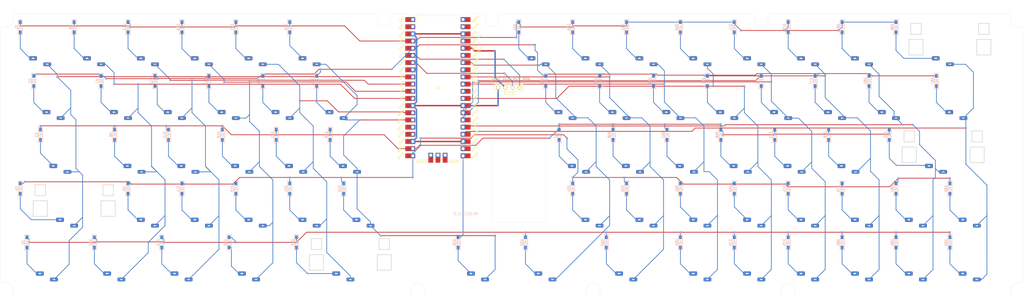
<source format=kicad_pcb>
(kicad_pcb (version 20240108) (generator "pcbnew") (generator_version "8.0")
  (layers (0 "F.Cu" signal) (31 "B.Cu" signal) (34 "B.Paste" user) (35 "F.Paste" user) (36 "B.SilkS" user "B.Silkscreen") (37 "F.SilkS" user "F.Silkscreen") (38 "B.Mask" user) (39 "F.Mask" user) (44 "Edge.Cuts" user))
  (net 0 "")
  (net 1 "row0")
  (net 2 "Net-(D1-A)")
  (net 3 "Net-(D2-A)")
  (net 4 "row1")
  (net 5 "row2")
  (net 6 "Net-(D3-A)")
  (net 7 "row3")
  (net 8 "Net-(D4-A)")
  (net 9 "row4")
  (net 10 "Net-(D5-A)")
  (net 11 "Net-(D6-A)")
  (net 12 "Net-(D7-A)")
  (net 13 "Net-(D8-A)")
  (net 14 "Net-(D9-A)")
  (net 15 "Net-(D10-A)")
  (net 16 "Net-(D11-A)")
  (net 17 "Net-(D12-A)")
  (net 18 "Net-(D13-A)")
  (net 19 "Net-(D14-A)")
  (net 20 "Net-(D15-A)")
  (net 21 "Net-(D16-A)")
  (net 22 "Net-(D17-A)")
  (net 23 "Net-(D18-A)")
  (net 24 "Net-(D19-A)")
  (net 25 "Net-(D20-A)")
  (net 26 "Net-(D21-A)")
  (net 27 "Net-(D22-A)")
  (net 28 "Net-(D23-A)")
  (net 29 "Net-(D24-A)")
  (net 30 "Net-(D25-A)")
  (net 31 "Net-(D26-A)")
  (net 32 "Net-(D27-A)")
  (net 33 "Net-(D28-A)")
  (net 34 "Net-(D29-A)")
  (net 35 "Net-(D30-A)")
  (net 36 "Net-(D51-A)")
  (net 37 "Net-(D52-A)")
  (net 38 "Net-(D53-A)")
  (net 39 "Net-(D54-A)")
  (net 40 "Net-(D55-A)")
  (net 41 "Net-(D56-A)")
  (net 42 "Net-(D57-A)")
  (net 43 "Net-(D58-A)")
  (net 44 "Net-(D59-A)")
  (net 45 "Net-(D60-A)")
  (net 46 "Net-(D61-A)")
  (net 47 "Net-(D62-A)")
  (net 48 "Net-(D63-A)")
  (net 49 "Net-(D64-A)")
  (net 50 "Net-(D65-A)")
  (net 51 "Net-(D66-A)")
  (net 52 "Net-(D67-A)")
  (net 53 "Net-(D68-A)")
  (net 54 "Net-(D69-A)")
  (net 55 "Net-(D70-A)")
  (net 56 "Net-(D71-A)")
  (net 57 "Net-(D72-A)")
  (net 58 "Net-(D73-A)")
  (net 59 "Net-(D74-A)")
  (net 60 "Net-(D75-A)")
  (net 61 "Net-(D76-A)")
  (net 62 "Net-(D77-A)")
  (net 63 "Net-(D78-A)")
  (net 64 "Net-(D79-A)")
  (net 65 "Net-(D80-A)")
  (net 66 "Net-(D81-A)")
  (net 67 "Net-(D82-A)")
  (net 68 "Net-(D83-A)")
  (net 69 "Net-(D84-A)")
  (net 70 "Net-(D85-A)")
  (net 71 "Net-(D86-A)")
  (net 72 "Net-(D87-A)")
  (net 73 "Net-(D89-A)")
  (net 74 "Net-(D90-A)")
  (net 75 "SDA")
  (net 76 "SCL")
  (net 77 "VCC")
  (net 78 "GND")
  (net 79 "col0")
  (net 80 "col1")
  (net 81 "col2")
  (net 82 "col3")
  (net 83 "col4")
  (net 84 "col5")
  (net 85 "col6")
  (net 86 "col7")
  (net 87 "col8")
  (net 88 "col9")
  (net 89 "col10")
  (net 90 "col11")
  (net 91 "col12")
  (net 92 "col13")
  (footprint "kbd_Parts:Diode_SMD" (layer "F.Cu") (at 209.55 116.6812 -90)
    (property "Reference" "D52")
    (property "Value" "D" (hide yes))
  )
  (footprint "kbd_Parts:Diode_SMD" (layer "F.Cu") (at 290.5125 135.7312 -90)
    (property "Reference" "D73")
    (property "Value" "D" (hide yes))
  )
  (footprint "Rikkodo_FootPrint:rkd_Choc_v2_1u" (layer "F.Cu") (at 280.9875 142.875)
    (property "Reference" "SW68" (hide yes))
    (property "Value" "SW_Push" (hide yes))
  )
  (footprint "Rikkodo_FootPrint:rkd_Choc_v2_1u" (layer "F.Cu") (at 66.675 142.875)
    (property "Reference" "SW8" (hide yes))
    (property "Value" "SW_Push" (hide yes))
  )
  (footprint "kbd_Parts:Diode_SMD" (layer "F.Cu") (at 271.4625 135.7312 -90)
    (property "Reference" "D68")
    (property "Value" "D" (hide yes))
  )
  (footprint "Rikkodo_FootPrint:rkd_Choc_v2_1u" (layer "F.Cu") (at 33.3375 104.775)
    (property "Reference" "SW1" (hide yes))
    (property "Value" "SW_Push" (hide yes))
  )
  (footprint "kbd_Parts:Diode_SMD" (layer "F.Cu") (at 23.8125 97.6312 -90)
    (property "Reference" "D1")
    (property "Value" "D" (hide yes))
  )
  (footprint "kbd_Parts:Diode_SMD" (layer "F.Cu") (at 323.85 116.6812 -90)
    (property "Reference" "D82")
    (property "Value" "D" (hide yes))
  )
  (footprint "Rikkodo_FootPrint:rkd_Choc_v2_1u" (layer "F.Cu") (at 266.7 104.775)
    (property "Reference" "SW66" (hide yes))
    (property "Value" "SW_Push" (hide yes))
  )
  (footprint "kbd_Parts:Diode_SMD" (layer "F.Cu") (at 71.4375 116.6812 -90)
    (property "Reference" "D12")
    (property "Value" "D" (hide yes))
  )
  (footprint "kbd_Parts:Diode_SMD" (layer "F.Cu") (at 352.425 154.7812 -90)
    (property "Reference" "D89")
    (property "Value" "D" (hide yes))
  )
  (footprint "kbd_Parts:Diode_SMD" (layer "F.Cu") (at 295.275 173.8312 -90)
    (property "Reference" "D75")
    (property "Value" "D" (hide yes))
  )
  (footprint "Rikkodo_FootPrint:rkd_Choc_v2_1u" (layer "F.Cu") (at 342.9 180.975)
    (property "Reference" "SW85" (hide yes))
    (property "Value" "SW_Push" (hide yes))
  )
  (footprint "Rikkodo_FootPrint:rkd_Choc_v2_1u" (layer "F.Cu") (at 300.0375 142.875)
    (property "Reference" "SW73" (hide yes))
    (property "Value" "SW_Push" (hide yes))
  )
  (footprint "kbd_Parts:Diode_SMD" (layer "F.Cu") (at 333.375 97.6312 -90)
    (property "Reference" "D86")
    (property "Value" "D" (hide yes))
  )
  (footprint "kbd_Parts:Diode_SMD" (layer "F.Cu") (at 23.8125 154.7812 -90)
    (property "Reference" "D4")
    (property "Value" "D" (hide yes))
  )
  (footprint "Rikkodo_FootPrint:rkd_Choc_v2_1u" (layer "F.Cu") (at 219.075 123.825)
    (property "Reference" "SW52" (hide yes))
    (property "Value" "SW_Push" (hide yes))
  )
  (footprint "Rikkodo_FootPrint:rkd_Choc_v2_1u" (layer "F.Cu") (at 247.65 104.775)
    (property "Reference" "SW61" (hide yes))
    (property "Value" "SW_Push" (hide yes))
  )
  (footprint "kbd_Parts:Diode_SMD" (layer "F.Cu") (at 309.5625 135.7312 -90)
    (property "Reference" "D78")
    (property "Value" "D" (hide yes))
  )
  (footprint "Rikkodo_FootPrint:rkd_Choc_v2_1u" (layer "F.Cu") (at 285.75 161.925)
    (property "Reference" "SW69" (hide yes))
    (property "Value" "SW_Push" (hide yes))
  )
  (footprint "kbd_Parts:Diode_SMD" (layer "F.Cu") (at 214.3125 135.7312 -90)
    (property "Reference" "D53")
    (property "Value" "D" (hide yes))
  )
  (footprint "Rikkodo_FootPrint:rkd_Choc_v2_1u" (layer "F.Cu") (at 319.0875 142.875)
    (property "Reference" "SW78" (hide yes))
    (property "Value" "SW_Push" (hide yes))
  )
  (footprint "Rikkodo_FootPrint:rkd_Choc_v2_1u" (layer "F.Cu") (at 314.325 123.825)
    (property "Reference" "SW77" (hide yes))
    (property "Value" "SW_Push" (hide yes))
  )
  (footprint "kbd_Parts:Diode_SMD" (layer "F.Cu") (at 285.75 116.6812 -90)
    (property "Reference" "D72")
    (property "Value" "D" (hide yes))
  )
  (footprint "Rikkodo_FootPrint:rkd_Choc_v2_1u" (layer "F.Cu") (at 100.0125 123.825)
    (property "Reference" "SW17" (hide yes))
    (property "Value" "SW_Push" (hide yes))
  )
  (footprint "kbd_Parts:Diode_SMD" (layer "F.Cu") (at 233.3625 135.7312 -90)
    (property "Reference" "D58")
    (property "Value" "D" (hide yes))
  )
  (footprint "Rikkodo_FootPrint:rkd_Choc_v2_1u" (layer "F.Cu") (at 71.4375 161.925)
    (property "Reference" "SW9" (hide yes))
    (property "Value" "SW_Push" (hide yes))
  )
  (footprint "kbd_Parts:Diode_SMD" (layer "F.Cu") (at 95.25 135.7312 -90)
    (property "Reference" "D18")
    (property "Value" "D" (hide yes))
  )
  (footprint "Rikkodo_FootPrint:rkd_Choc_v2_1u" (layer "F.Cu") (at 240.5063 180.975)
    (property "Reference" "SW60" (hide yes))
    (property "Value" "SW_Push" (hide yes))
  )
  (footprint "kbd_Parts:Diode_SMD" (layer "F.Cu") (at 109.5375 116.6812 -90)
    (property "Reference" "D22")
    (property "Value" "D" (hide yes))
  )
  (footprint "Rikkodo_FootPrint:rkd_Choc_v2_1u" (layer "F.Cu") (at 242.8875 142.875)
    (property "Reference" "SW58" (hide yes))
    (property "Value" "SW_Push" (hide yes))
  )
  (footprint "kbd_Parts:Diode_SMD" (layer "F.Cu") (at 257.175 154.7812 -90)
    (property "Reference" "D64")
    (property "Value" "D" (hide yes))
  )
  (footprint "kbd_Parts:Diode_SMD" (layer "F.Cu") (at 114.3 135.7312 -90)
    (property "Reference" "D23")
    (property "Value" "D" (hide yes))
  )
  (footprint "kbd_Parts:Diode_SMD" (layer "F.Cu") (at 352.425 173.8312 -90)
    (property "Reference" "D90")
    (property "Value" "D" (hide yes))
  )
  (footprint "kbd_Parts:Diode_SMD" (layer "F.Cu") (at 97.6313 173.8312 -90)
    (property "Reference" "D20")
    (property "Value" "D" (hide yes))
  )
  (footprint "kbd_Parts:Diode_SMD" (layer "F.Cu") (at 80.9625 154.7812 -90)
    (property "Reference" "D14")
    (property "Value" "D" (hide yes))
  )
  (footprint "Rikkodo_FootPrint:rkd_Choc_v2_1u" (layer "F.Cu") (at 261.9375 142.875)
    (property "Reference" "SW63" (hide yes))
    (property "Value" "SW_Push" (hide yes))
  )
  (footprint "Rikkodo_FootPrint:rkd_Choc_v2_1u" (layer "F.Cu") (at 266.7 180.975)
    (property "Reference" "SW65" (hide yes))
    (property "Value" "SW_Push" (hide yes))
  )
  (footprint "kbd_Parts:Diode_SMD" (layer "F.Cu") (at 295.275 97.5812 -90)
    (property "Reference" "D76")
    (property "Value" "D" (hide yes))
  )
  (footprint "kbd_Parts:Diode_SMD" (layer "F.Cu") (at 219.075 97.6312 -90)
    (property "Reference" "D56")
    (property "Value" "D" (hide yes))
  )
  (footprint "Rikkodo_FootPrint:rkd_Choc_v2_1u" (layer "F.Cu") (at 52.3875 104.775)
    (property "Reference" "SW6" (hide yes))
    (property "Value" "SW_Push" (hide yes))
  )
  (footprint "Rikkodo_FootPrint:rkd_Choc_v2_1u" (layer "F.Cu") (at 357.1875 123.825)
    (property "Reference" "SW87" (hide yes))
    (property "Value" "SW_Push" (hide yes))
  )
  (footprint "Rikkodo_FootPrint:rkd_Choc_v2_1u" (layer "F.Cu") (at 123.825 142.875)
    (property "Reference" "SW23" (hide yes))
    (property "Value" "SW_Push" (hide yes))
  )
  (footprint "kbd_Parts:Diode_SMD" (layer "F.Cu") (at 178.5938 173.8312 -90)
    (property "Reference" "D30")
    (property "Value" "D" (hide yes))
  )
  (footprint "Rikkodo_FootPrint:rkd_Choc_v2_1u" (layer "F.Cu") (at 61.9125 123.825)
    (property "Reference" "SW7" (hide yes))
    (property "Value" "SW_Push" (hide yes))
  )
  (footprint "Rikkodo_FootPrint:rkd_Choc_v2_1u" (layer "F.Cu") (at 40.4813 142.875)
    (property "Reference" "SW3" (hide yes))
    (property "Value" "SW_Push" (hide yes))
  )
  (footprint "kbd_Parts:Diode_SMD" (layer "F.Cu") (at 238.125 97.6312 -90)
    (property "Reference" "D61")
    (property "Value" "D" (hide yes))
  )
  (footprint "Rikkodo_FootPrint:rkd_Choc_v2_1u" (layer "F.Cu") (at 257.175 123.825)
    (property "Reference" "SW62" (hide yes))
    (property "Value" "SW_Push" (hide yes))
  )
  (footprint "kbd_Parts:Diode_SMD" (layer "F.Cu") (at 202.4063 173.8312 -90)
    (property "Reference" "D55")
    (property "Value" "D" (hide yes))
  )
  (footprint "Rikkodo_FootPrint:rkd_Choc_v2_1u" (layer "F.Cu") (at 342.9 161.925)
    (property "Reference" "SW84" (hide yes))
    (property "Value" "SW_Push" (hide yes))
  )
  (footprint "kbd_Parts:Diode_SMD" (layer "F.Cu") (at 266.7 116.6812 -90)
    (property "Reference" "D67")
    (property "Value" "D" (hide yes))
  )
  (footprint "Rikkodo_FootPrint:rkd_Choc_v2_1u" (layer "F.Cu") (at 119.0625 123.825)
    (property "Reference" "SW22" (hide yes))
    (property "Value" "SW_Push" (hide yes))
  )
  (footprint "kbd_Parts:Diode_SMD" (layer "F.Cu") (at 52.3875 116.6812 -90)
    (property "Reference" "D7")
    (property "Value" "D" (hide yes))
  )
  (footprint "kbd_Parts:Diode_SMD" (layer "F.Cu") (at 238.125 154.7812 -90)
    (property "Reference" "D59")
    (property "Value" "D" (hide yes))
  )
  (footprint "kbd_Parts:Diode_SMD" (layer "F.Cu") (at 119.0625 154.7812 -90)
    (property "Reference" "D24")
    (property "Value" "D" (hide yes))
  )
  (footprint "Rikkodo_FootPrint:rkd_Choc_v2_1u" (layer "F.Cu") (at 142.875 142.875)
    (property "Reference" "SW28" (hide yes))
    (property "Value" "SW_Push" (hide yes))
  )
  (footprint "kbd_Parts:Diode_SMD" (layer "F.Cu") (at 230.9813 173.8312 -90)
    (property "Reference" "D60")
    (property "Value" "D" (hide yes))
  )
  (footprint "kbd_Parts:Diode_SMD" (layer "F.Cu") (at 61.9125 154.7812 -90)
    (property "Reference" "D9")
    (property "Value" "D" (hide yes))
  )
  (footprint "kbd_Parts:Diode_SMD" (layer "F.Cu") (at 138.1125 154.7812 -90)
    (property "Reference" "D29")
    (property "Value" "D" (hide yes))
  )
  (footprint "kbd_Parts:Diode_SMD" (layer "F.Cu") (at 314.325 154.7812 -90)
    (property "Reference" "D79")
    (property "Value" "D" (hide yes))
  )
  (footprint "kbd_Parts:Diode_SMD" (layer "F.Cu") (at 247.65 116.6812 -90)
    (property "Reference" "D62")
    (property "Value" "D" (hide yes))
  )
  (footprint "Rikkodo_FootPrint:rkd_Choc_v2_1u" (layer "F.Cu") (at 333.375 123.825)
    (property "Reference" "SW82" (hide yes))
    (property "Value" "SW_Push" (hide yes))
  )
  (footprint "Rikkodo_FootPrint:rkd_Choc_v2_1u" (layer "F.Cu") (at 83.3438 180.975)
    (property "Reference" "SW15" (hide yes))
    (property "Value" "SW_Push" (hide yes))
  )
  (footprint "Rikkodo_FootPrint:rkd_Choc_v2_1u" (layer "F.Cu") (at 35.7188 180.975)
    (property "Reference" "SW5" (hide yes))
    (property "Value" "SW_Push" (hide yes))
  )
  (footprint "Rikkodo_FootPrint:rkd_Choc_v2_1u" (layer "F.Cu") (at 109.5375 161.925)
    (property "Reference" "SW19" (hide yes))
    (property "Value" "SW_Push" (hide yes))
  )
  (footprint "Rikkodo_FootPrint:rkd_Choc_v2_1u" (layer "F.Cu") (at 223.8375 142.875)
    (property "Reference" "SW53" (hide yes))
    (property "Value" "SW_Push" (hide yes))
  )
  (footprint "kbd_Parts:Diode_SMD" (layer "F.Cu") (at 119.0625 97.6312 -90)
    (property "Reference" "D26")
    (property "Value" "D" (hide yes))
  )
  (footprint "kbd_Parts:Diode_SMD" (layer "F.Cu") (at 128.5875 116.6812 -90)
    (property "Reference" "D27")
    (property "Value" "D" (hide yes))
  )
  (footprint "kbd_Parts:Diode_SMD" (layer "F.Cu") (at 133.35 135.7312 -90)
    (property "Reference" "D28")
    (property "Value" "D" (hide yes))
  )
  (footprint "Rikkodo_FootPrint:rkd_Choc_v2_1u" (layer "F.Cu") (at 247.65 161.925)
    (property "Reference" "SW59" (hide yes))
    (property "Value" "SW_Push" (hide yes))
  )
  (footprint "Rikkodo_FootPrint:rkd_Choc_v2_1u" (layer "F.Cu") (at 147.6375 161.925)
    (property "Reference" "SW29" (hide yes))
    (property "Value" "SW_Push" (hide yes))
  )
  (footprint "Rikkodo_FootPrint:rkd_Choc_v2_1u" (layer "F.Cu") (at 104.775 142.875)
    (property "Reference" "SW18" (hide yes))
    (property "Value" "SW_Push" (hide yes))
  )
  (footprint "Rikkodo_FootPrint:rkd_Choc_v2_1u" (layer "F.Cu") (at 38.1 123.825)
    (property "Reference" "SW2" (hide yes))
    (property "Value" "SW_Push" (hide yes))
  )
  (footprint "kbd_Parts:Diode_SMD" (layer "F.Cu") (at 200.025 97.6312 -90)
    (property "Reference" "D51")
    (property "Value" "D" (hide yes))
  )
  (footprint "Rikkodo_FootPrint:rkd_Choc_v2_1u" (layer "F.Cu") (at 285.75 104.775)
    (property "Reference" "SW71" (hide yes))
    (property "Value" "SW_Push" (hide yes))
  )
  (footprint "kbd_Parts:Diode_SMD" (layer "F.Cu") (at 42.8625 97.6312 -90)
    (property "Reference" "D6")
    (property "Value" "D" (hide yes))
  )
  (footprint "kbd_Parts:Diode_SMD" (layer "F.Cu") (at 26.1938 173.8312 -90)
    (property "Reference" "D5")
    (property "Value" "D" (hide yes))
  )
  (footprint "kbd_Parts:Diode_SMD" (layer "F.Cu") (at 219.075 154.7812 -90)
    (property "Reference" "D54")
    (property "Value" "D" (hide yes))
  )
  (footprint "Rikkodo_FootPrint:rkd_Choc_v2_1u" (layer "F.Cu") (at 128.5875 104.775)
    (property "Reference" "SW26" (hide yes))
    (property "Value" "SW_Push" (hide yes))
  )
  (footprint "Rikkodo_FootPrint:rkd_Choc_v2_1u" (layer "F.Cu") (at 128.5875 161.925)
    (property "Reference" "SW24" (hide yes))
    (property "Value" "SW_Push" (hide yes))
  )
  (footprint "Rikkodo_FootPrint:rkd_Point_Hall" (layer "F.Cu") (at 200.025 152.4)
    (property "Reference" "M2" (hide yes))
    (property "Value" "Mark" (hide yes))
    (fp_line (start -9.525 14.2875) (end -9.525 -14.2875) (stroke (width 0.05)) (layer "Edge.Cuts"))
    (fp_line (start 9.525 -14.2875) (end -9.525 -14.2875) (stroke (width 0.05)) (layer "Edge.Cuts"))
    (fp_line (start 9.525 -14.2875) (end 9.525 14.2875) (stroke (width 0.05)) (layer "Edge.Cuts"))
    (fp_line (start 9.525 14.2875) (end -9.525 14.2875) (stroke (width 0.05)) (layer "Edge.Cuts"))
  )
  (footprint "Rikkodo_FootPrint:rkd_Choc_v2_1u" (layer "F.Cu") (at 323.85 104.775)
    (property "Reference" "SW81" (hide yes))
    (property "Value" "SW_Push" (hide yes))
  )
  (footprint "Rikkodo_FootPrint:rkd_Choc_v2_2u" (layer "F.Cu") (at 140.4938 180.975)
    (property "Reference" "SW25" (hide yes))
    (property "Value" "SW_Push" (hide yes))
    (fp_line (start -14.5 -2.8) (end -9.5 -2.8) (stroke (width 0.2)) (layer "Edge.Cuts"))
    (fp_line (start -14.5 2.7) (end -14.5 -2.8) (stroke (width 0.2)) (layer "Edge.Cuts"))
    (fp_line (start -13.85 -8.5) (end -10.15 -8.5) (stroke (width 0.2)) (layer "Edge.Cuts"))
    (fp_line (start -13.85 -4.6) (end -13.85 -8.5) (stroke (width 0.2)) (layer "Edge.Cuts"))
    (fp_line (start -10.15 -8.5) (end -10.15 -4.6) (stroke (width 0.2)) (layer "Edge.Cuts"))
    (fp_line (start -10.15 -4.6) (end -13.85 -4.6) (stroke (width 0.2)) (layer "Edge.Cuts"))
    (fp_line (start -9.5 -2.8) (end -9.5 2.7) (stroke (width 0.2)) (layer "Edge.Cuts"))
    (fp_line (start -9.5 2.7) (end -14.5 2.7) (stroke (width 0.2)) (layer "Edge.Cuts"))
    (fp_line (start 9.5 -2.8) (end 9.5 2.7) (stroke (width 0.2)) (layer "Edge.Cuts"))
    (fp_line (start 9.5 2.7) (end 14.5 2.7) (stroke (width 0.2)) (layer "Edge.Cuts"))
    (fp_line (start 10.15 -8.5) (end 10.15 -4.6) (stroke (width 0.2)) (layer "Edge.Cuts"))
    (fp_line (start 10.15 -4.6) (end 13.85 -4.6) (stroke (width 0.2)) (layer "Edge.Cuts"))
    (fp_line (start 13.85 -8.5) (end 10.15 -8.5) (stroke (width 0.2)) (layer "Edge.Cuts"))
    (fp_line (start 13.85 -8.5) (end 13.85 -4.6) (stroke (width 0.2)) (layer "Edge.Cuts"))
    (fp_line (start 14.5 -2.8) (end 9.5 -2.8) (stroke (width 0.2)) (layer "Edge.Cuts"))
    (fp_line (start 14.5 2.7) (end 14.5 -2.8) (stroke (width 0.2)) (layer "Edge.Cuts"))
  )
  (footprint "Rikkodo_FootPrint:rkd_Choc_v2_1u" (layer "F.Cu") (at 90.4875 104.775)
    (property "Reference" "SW16" (hide yes))
    (property "Value" "SW_Push" (hide yes))
  )
  (footprint "Rikkodo_FootPrint:rkd_Choc_v2_1u" (layer "F.Cu") (at 107.1563 180.975)
    (property "Reference" "SW20" (hide yes))
    (property "Value" "SW_Push" (hide yes))
  )
  (footprint "kbd_Parts:Diode_SMD" (layer "F.Cu") (at 333.375 154.7812 -90)
    (property "Reference" "D84")
    (property "Value" "D" (hide yes))
  )
  (footprint "Rikkodo_FootPrint:rkd_Choc_v2_1u" (layer "F.Cu") (at 304.8 161.925)
    (property "Reference" "SW74" (hide yes))
    (property "Value" "SW_Push" (hide yes))
  )
  (footprint "Rikkodo_FootPrint:rkd_Choc_v2_1u" (layer "F.Cu") (at 90.4875 161.925)
    (property "Reference" "SW14" (hide yes))
    (property "Value" "SW_Push" (hide yes))
  )
  (footprint "Rikkodo_FootPrint:rkd_Choc_v2_1u" (layer "F.Cu") (at 188.1188 180.975)
    (property "Reference" "SW30" (hide yes))
    (property "Value" "SW_Push" (hide yes))
  )
  (footprint "kbd_Parts:Diode_SMD" (layer "F.Cu") (at 61.9125 97.6312 -90)
    (property "Reference" "D11")
    (property "Value" "D" (hide yes))
  )
  (footprint "kbd_Parts:Diode_SMD" (layer "F.Cu") (at 80.9625 97.6312 -90)
    (property "Reference" "D16")
    (property "Value" "D" (hide yes))
  )
  (footprint "kbd_Parts:Diode_SMD" (layer "F.Cu") (at 276.225 173.8312 -90)
    (property "Reference" "D70")
    (property "Value" "D" (hide yes))
  )
  (footprint "kbd_Parts:Diode_SMD" (layer "F.Cu") (at 50.0063 173.8312 -90)
    (property "Reference" "D10")
    (property "Value" "D" (hide yes))
  )
  (footprint "kbd_Parts:Diode_SMD" (layer "F.Cu") (at 276.225 97.6312 -90)
    (property "Reference" "D71")
    (property "Value" "D" (hide yes))
  )
  (footprint "Rikkodo_FootPrint:rkd_Choc_v2_1u" (layer "F.Cu") (at 238.125 123.825)
    (property "Reference" "SW57" (hide yes))
    (property "Value" "SW_Push" (hide yes))
  )
  (footprint "kbd_Parts:Diode_SMD" (layer "F.Cu") (at 76.2 135.7312 -90)
    (property "Reference" "D13")
    (property "Value" "D" (hide yes))
  )
  (footprint "Rikkodo_FootPrint:rkd_Choc_v2_2u" (layer "F.Cu") (at 42.8625 161.925)
    (property "Reference" "SW4" (hide yes))
    (property "Value" "SW_Push" (hide yes))
    (fp_line (start -14.5 -2.8) (end -9.5 -2.8) (stroke (width 0.2)) (layer "Edge.Cuts"))
    (fp_line (start -14.5 2.7) (end -14.5 -2.8) (stroke (width 0.2)) (layer "Edge.Cuts"))
    (fp_line (start -13.85 -8.5) (end -10.15 -8.5) (stroke (width 0.2)) (layer "Edge.Cuts"))
    (fp_line (start -13.85 -4.6) (end -13.85 -8.5) (stroke (width 0.2)) (layer "Edge.Cuts"))
    (fp_line (start -10.15 -8.5) (end -10.15 -4.6) (stroke (width 0.2)) (layer "Edge.Cuts"))
    (fp_line (start -10.15 -4.6) (end -13.85 -4.6) (stroke (width 0.2)) (layer "Edge.Cuts"))
    (fp_line (start -9.5 -2.8) (end -9.5 2.7) (stroke (width 0.2)) (layer "Edge.Cuts"))
    (fp_line (start -9.5 2.7) (end -14.5 2.7) (stroke (width 0.2)) (layer "Edge.Cuts"))
    (fp_line (start 9.5 -2.8) (end 9.5 2.7) (stroke (width 0.2)) (layer "Edge.Cuts"))
    (fp_line (start 9.5 2.7) (end 14.5 2.7) (stroke (width 0.2)) (layer "Edge.Cuts"))
    (fp_line (start 10.15 -8.5) (end 10.15 -4.6) (stroke (width 0.2)) (layer "Edge.Cuts"))
    (fp_line (start 10.15 -4.6) (end 13.85 -4.6) (stroke (width 0.2)) (layer "Edge.Cuts"))
    (fp_line (start 13.85 -8.5) (end 10.15 -8.5) (stroke (width 0.2)) (layer "Edge.Cuts"))
    (fp_line (start 13.85 -8.5) (end 13.85 -4.6) (stroke (width 0.2)) (layer "Edge.Cuts"))
    (fp_line (start 14.5 -2.8) (end 9.5 -2.8) (stroke (width 0.2)) (layer "Edge.Cuts"))
    (fp_line (start 14.5 2.7) (end 14.5 -2.8) (stroke (width 0.2)) (layer "Edge.Cuts"))
  )
  (footprint "Rikkodo_FootPrint:rkd_Choc_v2_1u" (layer "F.Cu") (at 228.6 161.925)
    (property "Reference" "SW54" (hide yes))
    (property "Value" "SW_Push" (hide yes))
  )
  (footprint "kbd_Parts:Diode_SMD" (layer "F.Cu") (at 257.175 173.8312 -90)
    (property "Reference" "D65")
    (property "Value" "D" (hide yes))
  )
  (footprint "kbd_Parts:Diode_SMD" (layer "F.Cu") (at 257.175 97.6312 -90)
    (property "Reference" "D66")
    (property "Value" "D" (hide yes))
  )
  (footprint "Rikkodo_FootPrint:rkd_Choc_v2_1u" (layer "F.Cu") (at 138.1125 123.825)
    (property "Reference" "SW27" (hide yes))
    (property "Value" "SW_Push" (hide yes))
  )
  (footprint "kbd_Parts:Diode_SMD" (layer "F.Cu") (at 73.8188 173.8312 -90)
    (property "Reference" "D15")
    (property "Value" "D" (hide yes))
  )
  (footprint "kbd_Parts:Diode_SMD" (layer "F.Cu") (at 295.275 154.7812 -90)
    (property "Reference" "D74")
    (property "Value" "D" (hide yes))
  )
  (footprint "Rikkodo_FootPrint:rkd_Choc_v2_1u" (layer "F.Cu") (at 59.5313 180.975)
    (property "Reference" "SW10" (hide yes))
    (property "Value" "SW_Push" (hide yes))
  )
  (footprint "kbd_Parts:Diode_SMD" (layer "F.Cu") (at 314.325 173.8312 -90)
    (property "Reference" "D80")
    (property "Value" "D" (hide yes))
  )
  (footprint "kbd_Parts:Diode_SMD" (layer "F.Cu") (at 100.0125 97.6312 -90)
    (property "Reference" "D21")
    (property "Value" "D" (hide yes))
  )
  (footprint "Rikkodo_FootPrint:rkd_Guard_Screw_Hall" (layer "F.Cu") (at 171.45 125.0156 -90)
    (property "Reference" "M1" (hide yes))
    (property "Value" "Mark" (hide yes))
  )
  (footprint "kbd_Parts:Diode_SMD" (layer "F.Cu") (at 28.575 116.6812 -90)
    (property "Reference" "D2")
    (property "Value" "D" (hide yes))
  )
  (footprint "kbd_Parts:Diode_SMD" (layer "F.Cu") (at 30.9563 135.7312 -90)
    (property "Reference" "D3")
    (property "Value" "D" (hide yes))
  )
  (footprint "Rikkodo_FootPrint:rkd_Choc_v2_1u" (layer "F.Cu") (at 209.55 104.775)
    (property "Reference" "SW51" (hide yes))
    (property "Value" "SW_Push" (hide yes))
  )
  (footprint "Rikkodo_FootPrint:rkd_Choc_v2_1u" (layer "F.Cu") (at 361.95 161.925)
    (property "Reference" "SW89" (hide yes))
    (property "Value" "SW_Push" (hide yes))
  )
  (footprint "Rikkodo_FootPrint:rkd_Choc_v2_1u" (layer "F.Cu") (at 266.7 161.925)
    (property "Reference" "SW64" (hide yes))
    (property "Value" "SW_Push" (hide yes))
  )
  (footprint "kbd_Parts:Diode_SMD" (layer "F.Cu") (at 100.0125 154.7812 -90)
    (property "Reference" "D19")
    (property "Value" "D" (hide yes))
  )
  (footprint "kbd_Parts:Diode_SMD" (layer "F.Cu") (at 228.6 116.6812 -90)
    (property "Reference" "D57")
    (property "Value" "D" (hide yes))
  )
  (footprint "Rikkodo_FootPrint:rkd_Choc_v2_1u" (layer "F.Cu") (at 85.725 142.875)
    (property "Reference" "SW13" (hide yes))
    (property "Value" "SW_Push" (hide yes))
  )
  (footprint "kbd_Parts:Diode_SMD" (layer "F.Cu") (at 330.9938 135.7312 -90)
    (property "Reference" "D83")
    (property "Value" "D" (hide yes))
  )
  (footprint "Rikkodo_FootPrint:rkd_Choc_v2_1u" (layer "F.Cu") (at 295.275 123.825)
    (property "Reference" "SW72" (hide yes))
    (property "Value" "SW_Push" (hide yes))
  )
  (footprint "Rikkodo_FootPrint:rkd_Choc_v2_1u" (layer "F.Cu") (at 323.85 180.975)
    (property "Reference" "SW80" (hide yes))
    (property "Value" "SW_Push" (hide yes))
  )
  (footprint "Rikkodo_FootPrint:rkd_Choc_v2_1u" (layer "F.Cu") (at 71.4375 104.775)
    (property "Reference" "SW11" (hide yes))
    (property "Value" "SW_Push" (hide yes))
  )
  (footprint "RPi_Pico:RPi_Pico_SMD_TH" (layer "F.Cu") (at 171.45 119.0625)
    (property "Reference" "U1")
    (property "Value" "Pico")
  )
  (footprint "Rikkodo_FootPrint:rkd_Choc_v2_1u" (layer "F.Cu") (at 361.95 180.975)
    (property "Reference" "SW90" (hide yes))
    (property "Value" "SW_Push" (hide yes))
  )
  (footprint "Rikkodo_FootPrint:rkd_Choc_v2_1u" (layer "F.Cu") (at 285.75 180.975)
    (property "Reference" "SW70" (hide yes))
    (property "Value" "SW_Push" (hide yes))
  )
  (footprint "Rikkodo_FootPrint:rkd_Choc_v2_1u" (layer "F.Cu") (at 228.6 104.775)
    (property "Reference" "SW56" (hide yes))
    (property "Value" "SW_Push" (hide yes))
  )
  (footprint "Rikkodo_FootPrint:rkd_Choc_v2_1u" (layer "F.Cu") (at 323.85 161.925)
    (property "Reference" "SW79" (hide yes))
    (property "Value" "SW_Push" (hide yes))
  )
  (footprint "Rikkodo_FootPrint:rkd_Choc_v2_1u" (layer "F.Cu") (at 211.9313 180.975)
    (property "Reference" "SW55" (hide yes))
    (property "Value" "SW_Push" (hide yes))
  )
  (footprint "Rikkodo_FootPrint:rkd_Choc_v2_1u" (layer "F.Cu") (at 304.8 180.975)
    (property "Reference" "SW75" (hide yes))
    (property "Value" "SW_Push" (hide yes))
  )
  (footprint "Rikkodo_FootPrint:rkd_Choc_v2_2u" (layer "F.Cu") (at 350.0438 142.875)
    (property "Reference" "SW83" (hide yes))
    (property "Value" "SW_Push" (hide yes))
    (fp_line (start -14.5 -2.8) (end -9.5 -2.8) (stroke (width 0.2)) (layer "Edge.Cuts"))
    (fp_line (start -14.5 2.7) (end -14.5 -2.8) (stroke (width 0.2)) (layer "Edge.Cuts"))
    (fp_line (start -13.85 -8.5) (end -10.15 -8.5) (stroke (width 0.2)) (layer "Edge.Cuts"))
    (fp_line (start -13.85 -4.6) (end -13.85 -8.5) (stroke (width 0.2)) (layer "Edge.Cuts"))
    (fp_line (start -10.15 -8.5) (end -10.15 -4.6) (stroke (width 0.2)) (layer "Edge.Cuts"))
    (fp_line (start -10.15 -4.6) (end -13.85 -4.6) (stroke (width 0.2)) (layer "Edge.Cuts"))
    (fp_line (start -9.5 -2.8) (end -9.5 2.7) (stroke (width 0.2)) (layer "Edge.Cuts"))
    (fp_line (start -9.5 2.7) (end -14.5 2.7) (stroke (width 0.2)) (layer "Edge.Cuts"))
    (fp_line (start 9.5 -2.8) (end 9.5 2.7) (stroke (width 0.2)) (layer "Edge.Cuts"))
    (fp_line (start 9.5 2.7) (end 14.5 2.7) (stroke (width 0.2)) (layer "Edge.Cuts"))
    (fp_line (start 10.15 -8.5) (end 10.15 -4.6) (stroke (width 0.2)) (layer "Edge.Cuts"))
    (fp_line (start 10.15 -4.6) (end 13.85 -4.6) (stroke (width 0.2)) (layer "Edge.Cuts"))
    (fp_line (start 13.85 -8.5) (end 10.15 -8.5) (stroke (width 0.2)) (layer "Edge.Cuts"))
    (fp_line (start 13.85 -8.5) (end 13.85 -4.6) (stroke (width 0.2)) (layer "Edge.Cuts"))
    (fp_line (start 14.5 -2.8) (end 9.5 -2.8) (stroke (width 0.2)) (layer "Edge.Cuts"))
    (fp_line (start 14.5 2.7) (end 14.5 -2.8) (stroke (width 0.2)) (layer "Edge.Cuts"))
  )
  (footprint "kbd_Parts:Diode_SMD" (layer "F.Cu") (at 314.325 97.6312 -90)
    (property "Reference" "D81")
    (property "Value" "D" (hide yes))
  )
  (footprint "Rikkodo_FootPrint:rkd_Choc_v2_2u" (layer "F.Cu") (at 352.425 104.775)
    (property "Reference" "SW86" (hide yes))
    (property "Value" "SW_Push" (hide yes))
    (fp_line (start -14.5 -2.8) (end -9.5 -2.8) (stroke (width 0.2)) (layer "Edge.Cuts"))
    (fp_line (start -14.5 2.7) (end -14.5 -2.8) (stroke (width 0.2)) (layer "Edge.Cuts"))
    (fp_line (start -13.85 -8.5) (end -10.15 -8.5) (stroke (width 0.2)) (layer "Edge.Cuts"))
    (fp_line (start -13.85 -4.6) (end -13.85 -8.5) (stroke (width 0.2)) (layer "Edge.Cuts"))
    (fp_line (start -10.15 -8.5) (end -10.15 -4.6) (stroke (width 0.2)) (layer "Edge.Cuts"))
    (fp_line (start -10.15 -4.6) (end -13.85 -4.6) (stroke (width 0.2)) (layer "Edge.Cuts"))
    (fp_line (start -9.5 -2.8) (end -9.5 2.7) (stroke (width 0.2)) (layer "Edge.Cuts"))
    (fp_line (start -9.5 2.7) (end -14.5 2.7) (stroke (width 0.2)) (layer "Edge.Cuts"))
    (fp_line (start 9.5 -2.8) (end 9.5 2.7) (stroke (width 0.2)) (layer "Edge.Cuts"))
    (fp_line (start 9.5 2.7) (end 14.5 2.7) (stroke (width 0.2)) (layer "Edge.Cuts"))
    (fp_line (start 10.15 -8.5) (end 10.15 -4.6) (stroke (width 0.2)) (layer "Edge.Cuts"))
    (fp_line (start 10.15 -4.6) (end 13.85 -4.6) (stroke (width 0.2)) (layer "Edge.Cuts"))
    (fp_line (start 13.85 -8.5) (end 10.15 -8.5) (stroke (width 0.2)) (layer "Edge.Cuts"))
    (fp_line (start 13.85 -8.5) (end 13.85 -4.6) (stroke (width 0.2)) (layer "Edge.Cuts"))
    (fp_line (start 14.5 -2.8) (end 9.5 -2.8) (stroke (width 0.2)) (layer "Edge.Cuts"))
    (fp_line (start 14.5 2.7) (end 14.5 -2.8) (stroke (width 0.2)) (layer "Edge.Cuts"))
  )
  (footprint "kbd_Parts:Diode_SMD" (layer "F.Cu") (at 333.375 173.8312 -90)
    (property "Reference" "D85")
    (property "Value" "D" (hide yes))
  )
  (footprint "Rikkodo_FootPrint:rkd_Choc_v2_1u" (layer "F.Cu") (at 80.9625 123.825)
    (property "Reference" "SW12" (hide yes))
    (property "Value" "SW_Push" (hide yes))
  )
  (footprint "Rikkodo_FootPrint:rkd_Choc_v2_1u" (layer "F.Cu") (at 109.5375 104.775)
    (property "Reference" "SW21" (hide yes))
    (property "Value" "SW_Push" (hide yes))
  )
  (footprint "kbd_Parts:OLED" (layer "F.Cu") (at 200.3425 119.0625 180)
    (property "Reference" "OL1")
    (property "Value" "OLED" (hide yes))
  )
  (footprint "kbd_Parts:Diode_SMD" (layer "F.Cu") (at 304.8 116.6812 -90)
    (property "Reference" "D77")
    (property "Value" "D" (hide yes))
  )
  (footprint "kbd_Parts:Diode_SMD" (layer "F.Cu") (at 252.4125 135.7312 -90)
    (property "Reference" "D63")
    (property "Value" "D" (hide yes))
  )
  (footprint "Rikkodo_FootPrint:rkd_Choc_v2_1u" (layer "F.Cu") (at 276.225 123.825)
    (property "Reference" "SW67" (hide yes))
    (property "Value" "SW_Push" (hide yes))
  )
  (footprint "kbd_Parts:Diode_SMD" (layer "F.Cu") (at 90.4875 116.6812 -90)
    (property "Reference" "D17")
    (property "Value" "D" (hide yes))
  )
  (footprint "kbd_Parts:Diode_SMD" (layer "F.Cu") (at 57.15 135.7312 -90)
    (property "Reference" "D8")
    (property "Value" "D" (hide yes))
  )
  (footprint "kbd_Parts:Diode_SMD" (layer "F.Cu") (at 347.6625 116.6812 -90)
    (property "Reference" "D87")
    (property "Value" "D" (hide yes))
  )
  (footprint "kbd_Parts:Diode_SMD" (layer "F.Cu") (at 276.225 154.7812 -90)
    (property "Reference" "D69")
    (property "Value" "D" (hide yes))
  )
  (footprint "Rikkodo_FootPrint:rkd_Choc_v2_1u" (layer "F.Cu") (at 304.8 104.775)
    (property "Reference" "SW76" (hide yes))
    (property "Value" "SW_Push" (hide yes))
  )
  (footprint "kbd_Parts:Diode_SMD" (layer "F.Cu") (at 121.4438 173.8312 -90)
    (property "Reference" "D25")
    (property "Value" "D" (hide yes))
  )
  (gr_line (start 19.05 188.1) (end 21.2 189.3) (stroke (width 0.05)) (layer "Edge.Cuts"))
  (gr_line (start 292.89375 191.690625) (end 292.875 190.5) (stroke (width 0.05)) (layer "Edge.Cuts"))
  (gr_line (start 194.090625 92.86875) (end 282.196875 92.86875) (stroke (width 0.05)) (layer "Edge.Cuts"))
  (gr_line (start 292.875 190.5) (end 294.075 188.35) (stroke (width 0.05)) (layer "Edge.Cuts"))
  (gr_line (start 163.10625 188.35) (end 165.50625 188.35) (stroke (width 0.05)) (layer "Edge.Cuts"))
  (gr_line (start 21.2 94.05) (end 21.2 96.45) (stroke (width 0.05)) (layer "Edge.Cuts"))
  (gr_arc (start 298.846875 192.88125) (mid 298.004958 192.532542) (end 297.65625 191.690625) (stroke (width 0.05)) (layer "Edge.Cuts"))
  (gr_arc (start 282.196875 92.86875) (mid 283.038771 93.217479) (end 283.3875 94.059375) (stroke (width 0.05)) (layer "Edge.Cuts"))
  (gr_line (start 288.15 94.059375) (end 288.16875 95.25) (stroke (width 0.05)) (layer "Edge.Cuts"))
  (gr_line (start 296.475 188.35) (end 297.675 190.5) (stroke (width 0.05)) (layer "Edge.Cuts"))
  (gr_line (start 284.56875 97.4) (end 283.36875 95.25) (stroke (width 0.05)) (layer "Edge.Cuts"))
  (gr_arc (start 22.390625 192.890625) (mid 21.548701 192.541909) (end 21.2 191.7) (stroke (width 0.05)) (layer "Edge.Cuts"))
  (gr_line (start 376.2375 188.1) (end 374.0875 189.3) (stroke (width 0.05)) (layer "Edge.Cuts"))
  (gr_line (start 376.2375 97.65) (end 374.0875 96.45) (stroke (width 0.05)) (layer "Edge.Cuts"))
  (gr_arc (start 148.828125 92.86875) (mid 149.670049 93.217466) (end 150.01875 94.059375) (stroke (width 0.05)) (layer "Edge.Cuts"))
  (gr_line (start 378.61875 186.92815) (end 378.61875 98.82185) (stroke (width 0.05)) (layer "Edge.Cuts"))
  (gr_arc (start 161.925 191.690625) (mid 161.576274 192.532524) (end 160.734375 192.88125) (stroke (width 0.05)) (layer "Edge.Cuts"))
  (gr_line (start 377.428125 97.631225) (end 376.2375 97.65) (stroke (width 0.05)) (layer "Edge.Cuts"))
  (gr_line (start 16.66875 98.82187) (end 16.668775 186.92815) (stroke (width 0.05)) (layer "Edge.Cuts"))
  (gr_line (start 297.675 190.5) (end 297.65625 191.690625) (stroke (width 0.05)) (layer "Edge.Cuts"))
  (gr_arc (start 17.8594 188.118775) (mid 17.017483 187.770067) (end 16.668775 186.92815) (stroke (width 0.05)) (layer "Edge.Cuts"))
  (gr_arc (start 154.78125 94.059375) (mid 155.129986 93.217501) (end 155.971875 92.86875) (stroke (width 0.05)) (layer "Edge.Cuts"))
  (gr_arc (start 372.896875 92.859375) (mid 373.738792 93.208083) (end 374.0875 94.05) (stroke (width 0.05)) (layer "Edge.Cuts"))
  (gr_arc (start 229.790625 192.88125) (mid 228.948726 192.532524) (end 228.6 191.690625) (stroke (width 0.05)) (layer "Edge.Cuts"))
  (gr_line (start 229.790625 192.88125) (end 291.703125 192.88125) (stroke (width 0.05)) (layer "Edge.Cuts"))
  (gr_line (start 192.9 94.059375) (end 192.91875 95.25) (stroke (width 0.05)) (layer "Edge.Cuts"))
  (gr_line (start 166.70625 190.5) (end 165.50625 188.35) (stroke (width 0.05)) (layer "Edge.Cuts"))
  (gr_line (start 374.0875 189.3) (end 374.0875 191.7) (stroke (width 0.05)) (layer "Edge.Cuts"))
  (gr_line (start 223.8375 191.690625) (end 223.81875 190.5) (stroke (width 0.05)) (layer "Edge.Cuts"))
  (gr_arc (start 288.15 94.059375) (mid 288.498723 93.217473) (end 289.340625 92.86875) (stroke (width 0.05)) (layer "Edge.Cuts"))
  (gr_line (start 223.81875 190.5) (end 225.01875 188.35) (stroke (width 0.05)) (layer "Edge.Cuts"))
  (gr_line (start 298.846875 192.88125) (end 372.896875 192.890625) (stroke (width 0.05)) (layer "Edge.Cuts"))
  (gr_arc (start 223.8375 191.690625) (mid 223.488774 192.532524) (end 222.646875 192.88125) (stroke (width 0.05)) (layer "Edge.Cuts"))
  (gr_line (start 374.0875 96.45) (end 374.0875 94.05) (stroke (width 0.05)) (layer "Edge.Cuts"))
  (gr_arc (start 378.61875 186.92815) (mid 378.270014 187.770024) (end 377.428125 188.118775) (stroke (width 0.05)) (layer "Edge.Cuts"))
  (gr_line (start 192.91875 95.25) (end 191.71875 97.4) (stroke (width 0.05)) (layer "Edge.Cuts"))
  (gr_line (start 286.96875 97.4) (end 284.56875 97.4) (stroke (width 0.05)) (layer "Edge.Cuts"))
  (gr_arc (start 167.878125 192.88125) (mid 167.036226 192.532524) (end 166.6875 191.690625) (stroke (width 0.05)) (layer "Edge.Cuts"))
  (gr_line (start 154.8 95.25) (end 154.78125 94.059375) (stroke (width 0.05)) (layer "Edge.Cuts"))
  (gr_line (start 167.878125 192.88125) (end 222.646875 192.88125) (stroke (width 0.05)) (layer "Edge.Cuts"))
  (gr_line (start 186.946875 92.86875) (end 155.971875 92.86875) (stroke (width 0.05)) (layer "Edge.Cuts"))
  (gr_line (start 189.31875 97.4) (end 188.11875 95.25) (stroke (width 0.05)) (layer "Edge.Cuts"))
  (gr_line (start 288.16875 95.25) (end 286.96875 97.4) (stroke (width 0.05)) (layer "Edge.Cuts"))
  (gr_line (start 19.05 188.1) (end 17.859375 188.11875) (stroke (width 0.05)) (layer "Edge.Cuts"))
  (gr_line (start 153.6 97.4) (end 154.8 95.25) (stroke (width 0.05)) (layer "Edge.Cuts"))
  (gr_line (start 22.390625 192.890625) (end 160.734375 192.88125) (stroke (width 0.05)) (layer "Edge.Cuts"))
  (gr_line (start 228.61875 190.5) (end 228.6 191.690625) (stroke (width 0.05)) (layer "Edge.Cuts"))
  (gr_line (start 377.428125 188.118775) (end 376.2375 188.1) (stroke (width 0.05)) (layer "Edge.Cuts"))
  (gr_arc (start 16.66875 98.82187) (mid 17.017476 97.979976) (end 17.85937 97.63125) (stroke (width 0.05)) (layer "Edge.Cuts"))
  (gr_line (start 188.11875 95.25) (end 188.1375 94.059375) (stroke (width 0.05)) (layer "Edge.Cuts"))
  (gr_arc (start 292.89375 191.690625) (mid 292.545006 192.532506) (end 291.703125 192.88125) (stroke (width 0.05)) (layer "Edge.Cuts"))
  (gr_line (start 150.01875 94.059375) (end 150 95.25) (stroke (width 0.05)) (layer "Edge.Cuts"))
  (gr_arc (start 21.2 94.05) (mid 21.548727 93.208102) (end 22.390625 92.859375) (stroke (width 0.05)) (layer "Edge.Cuts"))
  (gr_line (start 19.05 97.65) (end 21.2 96.45) (stroke (width 0.05)) (layer "Edge.Cuts"))
  (gr_line (start 227.41875 188.35) (end 228.61875 190.5) (stroke (width 0.05)) (layer "Edge.Cuts"))
  (gr_line (start 166.70625 190.5) (end 166.6875 191.690625) (stroke (width 0.05)) (layer "Edge.Cuts"))
  (gr_line (start 151.2 97.4) (end 150 95.25) (stroke (width 0.05)) (layer "Edge.Cuts"))
  (gr_line (start 19.05 97.65) (end 17.859375 97.63125) (stroke (width 0.05)) (layer "Edge.Cuts"))
  (gr_arc (start 377.428125 97.631225) (mid 378.270049 97.979941) (end 378.61875 98.82185) (stroke (width 0.05)) (layer "Edge.Cuts"))
  (gr_line (start 161.925 191.690625) (end 161.90625 190.5) (stroke (width 0.05)) (layer "Edge.Cuts"))
  (gr_line (start 289.340625 92.86875) (end 372.896875 92.859375) (stroke (width 0.05)) (layer "Edge.Cuts"))
  (gr_line (start 161.90625 190.5) (end 163.10625 188.35) (stroke (width 0.05)) (layer "Edge.Cuts"))
  (gr_arc (start 192.9 94.059375) (mid 193.248736 93.217501) (end 194.090625 92.86875) (stroke (width 0.05)) (layer "Edge.Cuts"))
  (gr_arc (start 374.0875 191.7) (mid 373.738774 192.541899) (end 372.896875 192.890625) (stroke (width 0.05)) (layer "Edge.Cuts"))
  (gr_line (start 294.075 188.35) (end 296.475 188.35) (stroke (width 0.05)) (layer "Edge.Cuts"))
  (gr_line (start 22.390625 92.859375) (end 148.828125 92.86875) (stroke (width 0.05)) (layer "Edge.Cuts"))
  (gr_arc (start 186.946875 92.86875) (mid 187.788799 93.217466) (end 188.1375 94.059375) (stroke (width 0.05)) (layer "Edge.Cuts"))
  (gr_line (start 283.36875 95.25) (end 283.3875 94.059375) (stroke (width 0.05)) (layer "Edge.Cuts"))
  (gr_line (start 153.6 97.4) (end 151.2 97.4) (stroke (width 0.05)) (layer "Edge.Cuts"))
  (gr_line (start 225.01875 188.35) (end 227.41875 188.35) (stroke (width 0.05)) (layer "Edge.Cuts"))
  (gr_line (start 21.2 191.7) (end 21.2 189.3) (stroke (width 0.05)) (layer "Edge.Cuts"))
  (gr_line (start 191.71875 97.4) (end 189.31875 97.4) (stroke (width 0.05)) (layer "Edge.Cuts"))
  (gr_text "scl" (at 197.80255 115.490625 180) (layer "B.SilkS") (effects (font (size 1 1)) (justify left bottom mirror)))
  (gr_text "vcc" (at 194.230675 115.490625 180) (layer "B.SilkS") (effects (font (size 1 1)) (justify left bottom mirror)))
  (gr_text "RKD02_v1.0" (at 185.7375 164.30625 0) (layer "B.SilkS") (effects (font (size 1 1) (thickness 0.1)) (justify left bottom mirror)))
  (gr_text "sda" (at 201.374425 115.490625 180) (layer "B.SilkS") (effects (font (size 1 1)) (justify left bottom mirror)))
  (gr_text "gnd" (at 190.6588 115.490625 180) (layer "B.SilkS") (effects (font (size 1 1)) (justify left bottom mirror)))
  (gr_text "gnd" (at 193.04005 115.490625 180) (layer "F.SilkS") (effects (font (size 1 1)) (justify left bottom)))
  (gr_text "scl" (at 200.1838 115.490625 180) (layer "F.SilkS") (effects (font (size 1 1)) (justify left bottom)))
  (gr_text "vcc" (at 196.611925 115.490625 180) (layer "F.SilkS") (effects (font (size 1 1)) (justify left bottom)))
  (gr_text "sda" (at 203.755675 115.490625 180) (layer "F.SilkS") (effects (font (size 1 1)) (justify left bottom)))
  (segment (start 118.9354 97.181) (end 100.0125 97.181) (width 0.25) (layer "F.Cu") (net 1))
  (segment (start 99.6129 97.5806) (end 100.0125 97.181) (width 0.25) (layer "F.Cu") (net 1))
  (segment (start 162.56 102.5525) (end 143.8511 102.5525) (width 0.25) (layer "F.Cu") (net 1))
  (segment (start 163.7367 102.5525) (end 165.0078 101.2814) (width 0.25) (layer "F.Cu") (net 1))
  (segment (start 42.8625 97.181) (end 23.8125 97.181) (width 0.25) (layer "F.Cu") (net 1))
  (segment (start 294.033725 98.821875) (end 278.60625 98.821875) (width 0.25) (layer "F.Cu") (net 1))
  (segment (start 62.3146 97.181) (end 42.8625 97.181) (width 0.25) (layer "F.Cu") (net 1))
  (segment (start 219.075 97.5806) (end 219.4746 97.181) (width 0.25) (layer "F.Cu") (net 1))
  (segment (start 138.4796 97.181) (end 118.9354 97.181) (width 0.25) (layer "F.Cu") (net 1))
  (segment (start 200.6383 97.5806) (end 219.075 97.5806) (width 0.25) (layer "F.Cu") (net 1))
  (segment (start 313.083725 98.821875) (end 294.033725 98.821875) (width 0.25) (layer "F.Cu") (net 1))
  (segment (start 80.9183 97.5806) (end 62.7142 97.5806) (width 0.25) (layer "F.Cu") (net 1))
  (segment (start 143.8511 102.5525) (end 138.4796 97.181) (width 0.25) (layer "F.Cu") (net 1))
  (segment (start 162.56 102.5525) (end 163.7367 102.5525) (width 0.25) (layer "F.Cu") (net 1))
  (segment (start 313.10905 98.79655) (end 313.083725 98.821875) (width 0.25) (layer "F.Cu") (net 1))
  (segment (start 80.9183 97.5806) (end 99.6129 97.5806) (width 0.25) (layer "F.Cu") (net 1))
  (segment (start 219.4746 97.181) (end 238.125 97.181) (width 0.25) (layer "F.Cu") (net 1))
  (segment (start 165.0078 101.2814) (end 199.2233 101.2814) (width 0.25) (layer "F.Cu") (net 1))
  (segment (start 62.7142 97.5806) (end 62.3146 97.181) (width 0.25) (layer "F.Cu") (net 1))
  (via (at 62.7142 97.5806) (size 0.6) (drill 0.3) (layers "F.Cu" "B.Cu") (net 1))
  (via (at 118.9354 97.181) (size 0.6) (drill 0.3) (layers "F.Cu" "B.Cu") (net 1))
  (via (at 313.10905 98.79655) (size 0.6) (drill 0.3) (layers "F.Cu" "B.Cu") (net 1))
  (via (at 294.033725 98.821875) (size 0.6) (drill 0.3) (layers "F.Cu" "B.Cu") (net 1))
  (via (at 278.60625 98.821875) (size 0.6) (drill 0.3) (layers "F.Cu" "B.Cu") (net 1))
  (via (at 42.8625 97.181) (size 0.6) (drill 0.3) (layers "F.Cu" "B.Cu") (net 1))
  (via (at 100.0125 97.181) (size 0.6) (drill 0.3) (layers "F.Cu" "B.Cu") (net 1))
  (via (at 219.075 97.5806) (size 0.6) (drill 0.3) (layers "F.Cu" "B.Cu") (net 1))
  (via (at 238.125 97.181) (size 0.6) (drill 0.3) (layers "F.Cu" "B.Cu") (net 1))
  (via (at 199.2233 101.2814) (size 0.6) (drill 0.3) (layers "F.Cu" "B.Cu") (net 1))
  (via (at 23.8125 97.181) (size 0.6) (drill 0.3) (layers "F.Cu" "B.Cu") (net 1))
  (via (at 200.6383 97.5806) (size 0.6) (drill 0.3) (layers "F.Cu" "B.Cu") (net 1))
  (via (at 80.9183 97.5806) (size 0.6) (drill 0.3) (layers "F.Cu" "B.Cu") (net 1))
  (segment (start 80.9183 95.9004) (end 80.9183 97.5806) (width 0.25) (layer "B.Cu") (net 1))
  (segment (start 219.075 95.8562) (end 219.075 97.5806) (width 0.25) (layer "B.Cu") (net 1))
  (segment (start 199.6242 95.8562) (end 199.2233 95.8562) (width 0.25) (layer "B.Cu") (net 1))
  (segment (start 238.125 95.8562) (end 238.125 97.181) (width 0.25) (layer "B.Cu") (net 1))
  (segment (start 257.175 95.8562) (end 238.125 95.8562) (width 0.25) (layer "B.Cu") (net 1))
  (segment (start 119.0625 95.8562) (end 119.0625 96.8329) (width 0.25) (layer "B.Cu") (net 1))
  (segment (start 42.8625 95.8562) (end 42.8625 97.181) (width 0.25) (layer "B.Cu") (net 1))
  (segment (start 200.025 95.8562) (end 199.6242 95.8562) (width 0.25) (layer "B.Cu") (net 1))
  (segment (start 62.7142 96.6579) (end 62.7142 97.5806) (width 0.25) (layer "B.Cu") (net 1))
  (segment (start 118.9354 96.96) (end 118.9354 97.181) (width 0.25) (layer "B.Cu") (net 1))
  (segment (start 199.6242 95.8562) (end 200.6383 96.8703) (width 0.25) (layer "B.Cu") (net 1))
  (segment (start 80.9625 95.8562) (end 80.9183 95.9004) (width 0.25) (layer "B.Cu") (net 1))
  (segment (start 314.325 95.8562) (end 333.375 95.8562) (width 0.25) (layer "B.Cu") (net 1))
  (segment (start 200.6383 96.8703) (end 200.6383 97.5806) (width 0.25) (layer "B.Cu") (net 1))
  (segment (start 199.2233 95.8562) (end 199.2233 101.2814) (width 0.25) (layer "B.Cu") (net 1))
  (segment (start 61.9125 95.8562) (end 62.7142 96.6579) (width 0.25) (layer "B.Cu") (net 1))
  (segment (start 119.0625 96.8329) (end 118.9354 96.96) (width 0.25) (layer "B.Cu") (net 1))
  (segment (start 257.175 95.8562) (end 276.225 95.8562) (width 0.25) (layer "B.Cu") (net 1))
  (segment (start 314.325 97.5806) (end 313.10905 98.79655) (width 0.25) (layer "B.Cu") (net 1))
  (segment (start 276.225 96.440625) (end 276.225 95.8562) (width 0.25) (layer "B.Cu") (net 1))
  (segment (start 295.275 97.5806) (end 294.033725 98.821875) (width 0.25) (layer "B.Cu") (net 1))
  (segment (start 23.8125 95.8562) (end 23.8125 97.181) (width 0.25) (layer "B.Cu") (net 1))
  (segment (start 278.60625 98.821875) (end 276.225 96.440625) (width 0.25) (layer "B.Cu") (net 1))
  (segment (start 314.325 95.8562) (end 314.325 97.5806) (width 0.25) (layer "B.Cu") (net 1))
  (segment (start 295.275 95.8062) (end 295.275 97.5806) (width 0.25) (layer "B.Cu") (net 1))
  (segment (start 100.0125 95.8562) (end 100.0125 97.181) (width 0.25) (layer "B.Cu") (net 1))
  (segment (start 28.3375 108.675) (end 27.2642 108.675) (width 0.25) (layer "B.Cu") (net 2))
  (segment (start 23.8125 105.2233) (end 23.8125 99.4062) (width 0.25) (layer "B.Cu") (net 2))
  (segment (start 27.2642 108.675) (end 23.8125 105.2233) (width 0.25) (layer "B.Cu") (net 2))
  (segment (start 32.0267 127.725) (end 28.575 124.2733) (width 0.25) (layer "B.Cu") (net 3))
  (segment (start 28.575 124.2733) (end 28.575 118.4562) (width 0.25) (layer "B.Cu") (net 3))
  (segment (start 33.1 127.725) (end 32.0267 127.725) (width 0.25) (layer "B.Cu") (net 3))
  (segment (start 229.8179 114.2612) (end 210.5694 114.2612) (width 0.25) (layer "F.Cu") (net 4))
  (segment (start 283.6377 114.869) (end 284.6112 114.869) (width 0.25) (layer "F.Cu") (net 4))
  (segment (start 54.1797 115.8602) (end 72.6742 115.8602) (width 0.25) (layer "F.Cu") (net 4))
  (segment (start 51.3465 114.2517) (end 29.6002 114.2517) (width 0.25) (layer "F.Cu") (net 4))
  (segment (start 89.2067 115.8189) (end 72.7155 115.8189) (width 0.25) (layer "F.Cu") (net 4))
  (segment (start 127.68305 114.2311) (end 110.5145 114.2311) (width 0.25) (layer "F.Cu") (net 4))
  (segment (start 283.6377 114.6273) (end 284.1955 114.0695) (width 0.25) (layer "F.Cu") (net 4))
  (segment (start 162.56 105.0925) (end 163.7367 105.0925) (width 0.25) (layer "F.Cu") (net 4))
  (segment (start 248.6406 114.2612) (end 249.0067 114.6273) (width 0.25) (layer "F.Cu") (net 4))
  (segment (start 163.7367 105.0925) (end 164.949 103.8802) (width 0.25) (layer "F.Cu") (net 4))
  (segment (start 324.0475 114.0695) (end 324.847 114.869) (width 0.25) (layer "F.Cu") (net 4))
  (segment (start 129.9314 112.5386) (end 129.37555 112.5386) (width 0.25) (layer "F.Cu") (net 4))
  (segment (start 155.1257 112.5386) (end 129.9314 112.5386) (width 0.25) (layer "F.Cu") (net 4))
  (segment (start 107.7107 115.7888) (end 89.2368 115.7888) (width 0.25) (layer "F.Cu") (net 4))
  (segment (start 72.7155 115.8189) (end 72.6742 115.8602) (width 0.25) (layer "F.Cu") (net 4))
  (segment (start 164.949 103.8802) (end 205.7799 103.8802) (width 0.25) (layer "F.Cu") (net 4))
  (segment (start 89.2368 115.7888) (end 89.2067 115.8189) (width 0.25) (layer "F.Cu") (net 4))
  (segment (start 306.0824 114.0695) (end 324.0475 114.0695) (width 0.25) (layer "F.Cu") (net 4))
  (segment (start 284.1955 114.0695) (end 306.0824 114.0695) (width 0.25) (layer "F.Cu") (net 4))
  (segment (start 324.847 114.869) (end 346.6792 114.869) (width 0.25) (layer "F.Cu") (net 4))
  (segment (start 248.6406 114.2612) (end 229.8179 114.2612) (width 0.25) (layer "F.Cu") (net 4))
  (segment (start 283.6377 114.6273) (end 283.6377 114.869) (width 0.25) (layer "F.Cu") (net 4))
  (segment (start 249.0067 114.6273) (end 283.6377 114.6273) (width 0.25) (layer "F.Cu") (net 4))
  (segment (start 129.37555 112.5386) (end 127.68305 114.2311) (width 0.25) (layer "F.Cu") (net 4))
  (segment (start 265.7196 114.869) (end 283.6377 114.869) (width 0.25) (layer "F.Cu") (net 4))
  (via (at 265.7196 114.869) (size 0.6) (drill 0.3) (layers "F.Cu" "B.Cu") (net 4))
  (via (at 284.6112 114.869) (size 0.6) (drill 0.3) (layers "F.Cu" "B.Cu") (net 4))
  (via (at 155.1257 112.5386) (size 0.6) (drill 0.3) (layers "F.Cu" "B.Cu") (net 4))
  (via (at 306.0824 114.0695) (size 0.6) (drill 0.3) (layers "F.Cu" "B.Cu") (net 4))
  (via (at 51.3465 114.2517) (size 0.6) (drill 0.3) (layers "F.Cu" "B.Cu") (net 4))
  (via (at 229.8179 114.2612) (size 0.6) (drill 0.3) (layers "F.Cu" "B.Cu") (net 4))
  (via (at 210.5694 114.2612) (size 0.6) (drill 0.3) (layers "F.Cu" "B.Cu") (net 4))
  (via (at 107.7107 115.7888) (size 0.6) (drill 0.3) (layers "F.Cu" "B.Cu") (net 4))
  (via (at 110.5145 114.2311) (size 0.6) (drill 0.3) (layers "F.Cu" "B.Cu") (net 4))
  (via (at 129.9314 112.5386) (size 0.6) (drill 0.3) (layers "F.Cu" "B.Cu") (net 4))
  (via (at 205.7799 103.8802) (size 0.6) (drill 0.3) (layers "F.Cu" "B.Cu") (net 4))
  (via (at 248.6406 114.2612) (size 0.6) (drill 0.3) (layers "F.Cu" "B.Cu") (net 4))
  (via (at 54.1797 115.8602) (size 0.6) (drill 0.3) (layers "F.Cu" "B.Cu") (net 4))
  (via (at 72.6742 115.8602) (size 0.6) (drill 0.3) (layers "F.Cu" "B.Cu") (net 4))
  (via (at 89.2067 115.8189) (size 0.6) (drill 0.3) (layers "F.Cu" "B.Cu") (net 4))
  (via (at 324.847 114.869) (size 0.6) (drill 0.3) (layers "F.Cu" "B.Cu") (net 4))
  (via (at 29.6002 114.2517) (size 0.6) (drill 0.3) (layers "F.Cu" "B.Cu") (net 4))
  (via (at 346.6792 114.869) (size 0.6) (drill 0.3) (layers "F.Cu" "B.Cu") (net 4))
  (segment (start 209.9244 114.9062) (end 209.55 114.9062) (width 0.25) (layer "B.Cu") (net 4))
  (segment (start 162.56 105.0925) (end 162.56 105.1043) (width 0.25) (layer "B.Cu") (net 4))
  (segment (start 90.1194 114.9062) (end 89.2067 115.8189) (width 0.25) (layer "B.Cu") (net 4))
  (segment (start 209.55 114.9062) (end 208.7483 114.9062) (width 0.25) (layer "B.Cu") (net 4))
  (segment (start 324.847 114.869) (end 324.6889 114.869) (width 0.25) (layer "B.Cu") (net 4))
  (segment (start 305.2457 114.9062) (end 306.0824 114.0695) (width 0.25) (layer "B.Cu") (net 4))
  (segment (start 205.7799 105.8204) (end 205.7799 103.8802) (width 0.25) (layer "B.Cu") (net 4))
  (segment (start 90.4875 114.9062) (end 90.1194 114.9062) (width 0.25) (layer "B.Cu") (net 4))
  (segment (start 285.75 114.9062) (end 284.9483 114.9062) (width 0.25) (layer "B.Cu") (net 4))
  (segment (start 28.575 114.9062) (end 28.9457 114.9062) (width 0.25) (layer "B.Cu") (net 4))
  (segment (start 304.8 114.9062) (end 305.2457 114.9062) (width 0.25) (layer "B.Cu") (net 4))
  (segment (start 284.9111 114.869) (end 284.6112 114.869) (width 0.25) (layer "B.Cu") (net 4))
  (segment (start 228.6 114.9062) (end 229.1729 114.9062) (width 0.25) (layer "B.Cu") (net 4))
  (segment (start 206.6585 112.8164) (end 206.6585 106.699) (width 0.25) (layer "B.Cu") (net 4))
  (segment (start 247.65 114.9062) (end 247.9956 114.9062) (width 0.25) (layer "B.Cu") (net 4))
  (segment (start 71.7202 114.9062) (end 71.4375 114.9062) (width 0.25) (layer "B.Cu") (net 4))
  (segment (start 284.9483 114.9062) (end 284.9111 114.869) (width 0.25) (layer "B.Cu") (net 4))
  (segment (start 208.7483 114.9062) (end 206.6585 112.8164) (width 0.25) (layer "B.Cu") (net 4))
  (segment (start 206.6585 106.699) (end 205.7799 105.8204) (width 0.25) (layer "B.Cu") (net 4))
  (segment (start 347.6625 114.9062) (end 346.7164 114.9062) (width 0.25) (layer "B.Cu") (net 4))
  (segment (start 323.85 114.9062) (end 324.6517 114.9062) (width 0.25) (layer "B.Cu") (net 4))
  (segment (start 52.001 114.9062) (end 52.3875 114.9062) (width 0.25) (layer "B.Cu") (net 4))
  (segment (start 162.56 105.1043) (end 155.1257 112.5386) (width 0.25) (layer "B.Cu") (net 4))
  (segment (start 210.5694 114.2612) (end 209.9244 114.9062) (width 0.25) (layer "B.Cu") (net 4))
  (segment (start 109.8394 114.9062) (end 109.5375 114.9062) (width 0.25) (layer "B.Cu") (net 4))
  (segment (start 53.2257 114.9062) (end 54.1797 115.8602) (width 0.25) (layer "B.Cu") (net 4))
  (segment (start 51.3465 114.2517) (end 52.001 114.9062) (width 0.25) (layer "B.Cu") (net 4))
  (segment (start 72.6742 115.8602) (end 71.7202 114.9062) (width 0.25) (layer "B.Cu") (net 4))
  (segment (start 346.7164 114.9062) (end 346.6792 114.869) (width 0.25) (layer "B.Cu") (net 4))
  (segment (start 108.5933 114.9062) (end 107.7107 115.7888) (width 0.25) (layer "B.Cu") (net 4))
  (segment (start 109.5375 114.9062) (end 108.5933 114.9062) (width 0.25) (layer "B.Cu") (net 4))
  (segment (start 28.9457 114.9062) (end 29.6002 114.2517) (width 0.25) (layer "B.Cu") (net 4))
  (segment (start 247.9956 114.9062) (end 248.6406 114.2612) (width 0.25) (layer "B.Cu") (net 4))
  (segment (start 129.9314 112.5386) (end 129.9314 113.5623) (width 0.25) (layer "B.Cu") (net 4))
  (segment (start 265.7196 114.869) (end 265.8611 114.869) (width 0.25) (layer "B.Cu") (net 4))
  (segment (start 324.6889 114.869) (end 324.6517 114.9062) (width 0.25) (layer "B.Cu") (net 4))
  (segment (start 266.7 114.9062) (end 265.8983 114.9062) (width 0.25) (layer "B.Cu") (net 4))
  (segment (start 129.9314 113.5623) (end 128.5875 114.9062) (width 0.25) (layer "B.Cu") (net 4))
  (segment (start 52.3875 114.9062) (end 53.2257 114.9062) (width 0.25) (layer "B.Cu") (net 4))
  (segment (start 110.5145 114.2311) (end 109.8394 114.9062) (width 0.25) (layer "B.Cu") (net 4))
  (segment (start 265.8611 114.869) (end 265.8983 114.9062) (width 0.25) (layer "B.Cu") (net 4))
  (segment (start 229.1729 114.9062) (end 229.8179 114.2612) (width 0.25) (layer "B.Cu") (net 4))
  (segment (start 184.7981 139.4758) (end 164.9134 139.4758) (width 0.25) (layer "F.Cu") (net 5))
  (segment (start 133.35 135.7312) (end 114.3 135.7312) (width 0.25) (layer "F.Cu") (net 5))
  (segment (start 233.3625 131.9952) (end 251.6108 131.9952) (width 0.25) (layer "F.Cu") (net 5))
  (segment (start 309.5625 135.5024) (end 290.5125 135.5024) (width 0.25) (layer "F.Cu") (net 5))
  (segment (start 75.3983 132.557) (end 95.25 132.557) (width 0.25) (layer "F.Cu") (net 5))
  (segment (start 163.7367 140.6525) (end 162.56 140.6525) (width 0.25) (layer "F.Cu") (net 5))
  (segment (start 187.352025 136.921875) (end 184.7981 139.4758) (width 0.25) (layer "F.Cu") (net 5))
  (segment (start 290.2837 135.7312) (end 272.2642 135.7312) (width 0.25) (layer "F.Cu") (net 5))
  (segment (start 114.3 135.7312) (end 98.4242 135.7312) (width 0.25) (layer "F.Cu") (net 5))
  (segment (start 57.15 132.557) (end 30.9563 132.557) (width 0.25) (layer "F.Cu") (net 5))
  (segment (start 157.3178 140.6525) (end 152.3965 135.7312) (width 0.25) (layer "F.Cu") (net 5))
  (segment (start 251.6108 131.9952) (end 271.4625 131.9952) (width 0.25) (layer "F.Cu") (net 5))
  (segment (start 290.5125 135.5024) (end 290.2837 135.7312) (width 0.25) (layer "F.Cu") (net 5))
  (segment (start 330.9938 135.5024) (end 309.5625 135.5024) (width 0.25) (layer "F.Cu") (net 5))
  (segment (start 98.4242 135.7312) (end 95.25 132.557) (width 0.25) (layer "F.Cu") (net 5))
  (segment (start 164.9134 139.4758) (end 163.7367 140.6525) (width 0.25) (layer "F.Cu") (net 5))
  (segment (start 233.3625 131.9952) (end 214.3125 131.9952) (width 0.25) (layer "F.Cu") (net 5))
  (segment (start 210.914175 136.921875) (end 187.352025 136.921875) (width 0.25) (layer "F.Cu") (net 5))
  (segment (start 57.15 132.557) (end 75.3983 132.557) (width 0.25) (layer "F.Cu") (net 5))
  (segment (start 152.3965 135.7312) (end 133.35 135.7312) (width 0.25) (layer "F.Cu") (net 5))
  (segment (start 162.56 140.6525) (end 157.3178 140.6525) (width 0.25) (layer "F.Cu") (net 5))
  (via (at 75.3983 132.557) (size 0.6) (drill 0.3) (layers "F.Cu" "B.Cu") (net 5))
  (via (at 309.5625 135.5024) (size 0.6) (drill 0.3) (layers "F.Cu" "B.Cu") (net 5))
  (via (at 290.5125 135.5024) (size 0.6) (drill 0.3) (layers "F.Cu" "B.Cu") (net 5))
  (via (at 233.3625 131.9952) (size 0.6) (drill 0.3) (layers "F.Cu" "B.Cu") (net 5))
  (via (at 330.9938 135.5024) (size 0.6) (drill 0.3) (layers "F.Cu" "B.Cu") (net 5))
  (via (at 57.15 132.557) (size 0.6) (drill 0.3) (layers "F.Cu" "B.Cu") (net 5))
  (via (at 114.3 135.7312) (size 0.6) (drill 0.3) (layers "F.Cu" "B.Cu") (net 5))
  (via (at 133.35 135.7312) (size 0.6) (drill 0.3) (layers "F.Cu" "B.Cu") (net 5))
  (via (at 30.9563 132.557) (size 0.6) (drill 0.3) (layers "F.Cu" "B.Cu") (net 5))
  (via (at 210.914175 136.921875) (size 0.6) (drill 0.3) (layers "F.Cu" "B.Cu") (net 5))
  (via (at 272.2642 135.7312) (size 0.6) (drill 0.3) (layers "F.Cu" "B.Cu") (net 5))
  (via (at 214.3125 131.9952) (size 0.6) (drill 0.3) (layers "F.Cu" "B.Cu") (net 5))
  (via (at 95.25 132.557) (size 0.6) (drill 0.3) (layers "F.Cu" "B.Cu") (net 5))
  (via (at 251.6108 131.9952) (size 0.6) (drill 0.3) (layers "F.Cu" "B.Cu") (net 5))
  (via (at 271.4625 131.9952) (size 0.6) (drill 0.3) (layers "F.Cu" "B.Cu") (net 5))
  (segment (start 76.2 133.9562) (end 75.3983 133.9562) (width 0.25) (layer "B.Cu") (net 5))
  (segment (start 309.5625 133.9562) (end 309.5625 135.5024) (width 0.25) (layer "B.Cu") (net 5))
  (segment (start 75.3983 133.9562) (end 75.3983 132.557) (width 0.25) (layer "B.Cu") (net 5))
  (segment (start 95.25 133.9562) (end 95.25 132.557) (width 0.25) (layer "B.Cu") (net 5))
  (segment (start 251.6108 133.1545) (end 251.6108 131.9952) (width 0.25) (layer "B.Cu") (net 5))
  (segment (start 57.15 133.9562) (end 57.15 132.557) (width 0.25) (layer "B.Cu") (net 5))
  (segment (start 290.5125 133.9562) (end 290.5125 135.5024) (width 0.25) (layer "B.Cu") (net 5))
  (segment (start 252.4125 133.9562) (end 251.6108 133.1545) (width 0.25) (layer "B.Cu") (net 5))
  (segment (start 214.3125 133.9562) (end 214.3125 131.9952) (width 0.25) (layer "B.Cu") (net 5))
  (segment (start 271.4625 133.9562) (end 271.4625 131.9952) (width 0.25) (layer "B.Cu") (net 5))
  (segment (start 133.35 133.9562) (end 133.35 135.7312) (width 0.25) (layer "B.Cu") (net 5))
  (segment (start 30.9563 133.9562) (end 30.9563 132.557) (width 0.25) (layer "B.Cu") (net 5))
  (segment (start 271.4625 133.9562) (end 272.2642 134.7579) (width 0.25) (layer "B.Cu") (net 5))
  (segment (start 330.9938 133.9562) (end 330.9938 135.5024) (width 0.25) (layer "B.Cu") (net 5))
  (segment (start 213.87985 133.9562) (end 214.3125 133.9562) (width 0.25) (layer "B.Cu") (net 5))
  (segment (start 114.3 133.9562) (end 114.3 135.7312) (width 0.25) (layer "B.Cu") (net 5))
  (segment (start 233.3625 133.9562) (end 233.3625 131.9952) (width 0.25) (layer "B.Cu") (net 5))
  (segment (start 210.914175 136.921875) (end 213.87985 133.9562) (width 0.25) (layer "B.Cu") (net 5))
  (segment (start 272.2642 134.7579) (end 272.2642 135.7312) (width 0.25) (layer "B.Cu") (net 5))
  (segment (start 35.4813 146.775) (end 30.9563 142.25) (width 0.25) (layer "B.Cu") (net 6))
  (segment (start 30.9563 142.25) (end 30.9563 137.5062) (width 0.25) (layer "B.Cu") (net 6))
  (segment (start 237.3233 150.8517) (end 255.8222 150.8517) (width 0.25) (layer "F.Cu") (net 7))
  (segment (start 295.265 154.1616) (end 314.325 154.1616) (width 0.25) (layer "F.Cu") (net 7))
  (segment (start 258.1635 153.193) (end 275.232 153.193) (width 0.25) (layer "F.Cu") (net 7))
  (segment (start 119.0625 150.8517) (end 101.3604 150.8517) (width 0.25) (layer "F.Cu") (net 7))
  (segment (start 294.2964 153.193) (end 295.265 154.1616) (width 0.25) (layer "F.Cu") (net 7))
  (segment (start 81.9434 153.193) (end 63.0486 153.193) (width 0.25) (layer "F.Cu") (net 7))
  (segment (start 255.8222 150.8517) (end 258.1635 153.193) (width 0.25) (layer "F.Cu") (net 7))
  (segment (start 25.3991 152.4) (end 62.2556 152.4) (width 0.25) (layer "F.Cu") (net 7))
  (segment (start 314.325 154.1616) (end 331.1371 154.1616) (width 0.25) (layer "F.Cu") (net 7))
  (segment (start 184.33125 135.73125) (end 183.1477 136.9148) (width 0.25) (layer "F.Cu") (net 7))
  (segment (start 183.1477 136.9148) (end 165.3203 136.9148) (width 0.25) (layer "F.Cu") (net 7))
  (segment (start 62.2556 152.4) (end 63.0486 153.193) (width 0.25) (layer "F.Cu") (net 7))
  (segment (start 137.3108 150.8517) (end 119.0625 150.8517) (width 0.25) (layer "F.Cu") (net 7))
  (segment (start 81.9434 153.193) (end 99.0191 153.193) (width 0.25) (layer "F.Cu") (net 7))
  (segment (start 215.87455 135.73125) (end 184.33125 135.73125) (width 0.25) (layer "F.Cu") (net 7))
  (segment (start 101.3604 150.8517) (end 99.0191 153.193) (width 0.25) (layer "F.Cu") (net 7))
  (segment (start 219.075 150.8517) (end 237.3233 150.8517) (width 0.25) (layer "F.Cu") (net 7))
  (segment (start 275.232 153.193) (end 294.2964 153.193) (width 0.25) (layer "F.Cu") (net 7))
  (segment (start 334.1767 151.122) (end 352.425 151.122) (width 0.25) (layer "F.Cu") (net 7))
  (segment (start 217.0581 136.9148) (end 215.87455 135.73125) (width 0.25) (layer "F.Cu") (net 7))
  (segment (start 331.1371 154.1616) (end 334.1767 151.122) (width 0.25) (layer "F.Cu") (net 7))
  (segment (start 137.3108 150.8517) (end 162.56 150.8517) (width 0.25) (layer "F.Cu") (net 7))
  (via (at 99.0191 153.193) (size 0.6) (drill 0.3) (layers "F.Cu" "B.Cu") (net 7))
  (via (at 314.325 154.1616) (size 0.6) (drill 0.3) (layers "F.Cu" "B.Cu") (net 7))
  (via (at 137.3108 150.8517) (size 0.6) (drill 0.3) (layers "F.Cu" "B.Cu") (net 7))
  (via (at 275.232 153.193) (size 0.6) (drill 0.3) (layers "F.Cu" "B.Cu") (net 7))
  (via (at 165.3203 136.9148) (size 0.6) (drill 0.3) (layers "F.Cu" "B.Cu") (net 7))
  (via (at 352.425 151.122) (size 0.6) (drill 0.3) (layers "F.Cu" "B.Cu") (net 7))
  (via (at 217.0581 136.9148) (size 0.6) (drill 0.3) (layers "F.Cu" "B.Cu") (net 7))
  (via (at 258.1635 153.193) (size 0.6) (drill 0.3) (layers "F.Cu" "B.Cu") (net 7))
  (via (at 219.075 150.8517) (size 0.6) (drill 0.3) (layers "F.Cu" "B.Cu") (net 7))
  (via (at 237.3233 150.8517) (size 0.6) (drill 0.3) (layers "F.Cu" "B.Cu") (net 7))
  (via (at 81.9434 153.193) (size 0.6) (drill 0.3) (layers "F.Cu" "B.Cu") (net 7))
  (via (at 119.0625 150.8517) (size 0.6) (drill 0.3) (layers "F.Cu" "B.Cu") (net 7))
  (via (at 63.0486 153.193) (size 0.6) (drill 0.3) (layers "F.Cu" "B.Cu") (net 7))
  (via (at 294.2964 153.193) (size 0.6) (drill 0.3) (layers "F.Cu" "B.Cu") (net 7))
  (via (at 162.56 150.8517) (size 0.6) (drill 0.3) (layers "F.Cu" "B.Cu") (net 7))
  (via (at 334.1767 151.122) (size 0.6) (drill 0.3) (layers "F.Cu" "B.Cu") (net 7))
  (via (at 25.3991 152.4) (size 0.6) (drill 0.3) (layers "F.Cu" "B.Cu") (net 7))
  (segment (start 220.9334 148.9933) (end 220.9334 144.6062) (width 0.25) (layer "B.Cu") (net 7))
  (segment (start 352.425 153.0062) (end 352.425 151.122) (width 0.25) (layer "B.Cu") (net 7))
  (segment (start 162.56 143.1925) (end 162.56 142.0158) (width 0.25) (layer "B.Cu") (net 7))
  (segment (start 100.0125 153.0062) (end 99.2059 153.0062) (width 0.25) (layer "B.Cu") (net 7))
  (segment (start 238.125 153.0062) (end 237.3233 152.2045) (width 0.25) (layer "B.Cu") (net 7))
  (segment (start 162.9277 142.0158) (end 165.3203 139.6232) (width 0.25) (layer "B.Cu") (net 7))
  (segment (start 219.075 153.0062) (end 219.075 150.8517) (width 0.25) (layer "B.Cu") (net 7))
  (segment (start 333.375 153.0062) (end 334.1767 152.2045) (width 0.25) (layer "B.Cu") (net 7))
  (segment (start 334.1767 152.2045) (end 334.1767 151.122) (width 0.25) (layer "B.Cu") (net 7))
  (segment (start 275.4188 153.0062) (end 275.232 153.193) (width 0.25) (layer "B.Cu") (net 7))
  (segment (start 99.2059 153.0062) (end 99.0191 153.193) (width 0.25) (layer "B.Cu") (net 7))
  (segment (start 294.4733 153.0062) (end 294.4733 153.0161) (width 0.25) (layer "B.Cu") (net 7))
  (segment (start 219.075 150.8517) (end 220.9334 148.9933) (width 0.25) (layer "B.Cu") (net 7))
  (segment (start 162.56 143.1925) (end 162.56 150.8517) (width 0.25) (layer "B.Cu") (net 7))
  (segment (start 314.325 153.9829) (end 314.325 154.1616) (width 0.25) (layer "B.Cu") (net 7))
  (segment (start 62.8618 153.0062) (end 63.0486 153.193) (width 0.25) (layer "B.Cu") (net 7))
  (segment (start 314.325 153.0062) (end 314.325 153.9829) (width 0.25) (layer "B.Cu") (net 7))
  (segment (start 81.7642 153.0138) (end 81.9434 153.193) (width 0.25) (layer "B.Cu") (net 7))
  (segment (start 165.3203 139.6232) (end 165.3203 136.9148) (width 0.25) (layer "B.Cu") (net 7))
  (segment (start 220.9334 144.6062) (end 217.0581 140.7309) (width 0.25) (layer "B.Cu") (net 7))
  (segment (start 25.3991 152.4) (end 24.7929 153.0062) (width 0.25) (layer "B.Cu") (net 7))
  (segment (start 295.275 153.0062) (end 294.4733 153.0062) (width 0.25) (layer "B.Cu") (net 7))
  (segment (start 119.0625 153.0062) (end 119.0625 150.8517) (width 0.25) (layer "B.Cu") (net 7))
  (segment (start 294.4733 153.0161) (end 294.2964 153.193) (width 0.25) (layer "B.Cu") (net 7))
  (segment (start 138.1125 153.0062) (end 137.3108 152.2045) (width 0.25) (layer "B.Cu") (net 7))
  (segment (start 162.56 142.0158) (end 162.9277 142.0158) (width 0.25) (layer "B.Cu") (net 7))
  (segment (start 276.225 153.0062) (end 275.4188 153.0062) (width 0.25) (layer "B.Cu") (net 7))
  (segment (start 61.9125 153.0062) (end 62.8618 153.0062) (width 0.25) (layer "B.Cu") (net 7))
  (segment (start 217.0581 140.7309) (end 217.0581 136.9148) (width 0.25) (layer "B.Cu") (net 7))
  (segment (start 80.9625 153.0062) (end 81.7642 153.0062) (width 0.25) (layer "B.Cu") (net 7))
  (segment (start 257.9767 153.0062) (end 258.1635 153.193) (width 0.25) (layer "B.Cu") (net 7))
  (segment (start 24.7929 153.0062) (end 23.8125 153.0062) (width 0.25) (layer "B.Cu") (net 7))
  (segment (start 237.3233 152.2045) (end 237.3233 150.8517) (width 0.25) (layer "B.Cu") (net 7))
  (segment (start 137.3108 152.2045) (end 137.3108 150.8517) (width 0.25) (layer "B.Cu") (net 7))
  (segment (start 81.7642 153.0062) (end 81.7642 153.0138) (width 0.25) (layer "B.Cu") (net 7))
  (segment (start 257.175 153.0062) (end 257.9767 153.0062) (width 0.25) (layer "B.Cu") (net 7))
  (segment (start 27.7125 165.825) (end 23.8125 161.925) (width 0.25) (layer "B.Cu") (net 8))
  (segment (start 23.8125 161.925) (end 23.8125 156.5562) (width 0.25) (layer "B.Cu") (net 8))
  (segment (start 37.8625 165.825) (end 27.7125 165.825) (width 0.25) (layer "B.Cu") (net 8))
  (segment (start 230.98125 170.259375) (end 202.40625 170.259375) (width 0.25) (layer "F.Cu") (net 9))
  (segment (start 295.275 170.259375) (end 276.225 170.259375) (width 0.25) (layer "F.Cu") (net 9))
  (segment (start 99.9795 173.8312) (end 74.6205 173.8312) (width 0.25) (layer "F.Cu") (net 9))
  (segment (start 276.225 170.259375) (end 257.175 170.259375) (width 0.25) (layer "F.Cu") (net 9))
  (segment (start 202.40625 170.259375) (end 180.34 170.259375) (width 0.25) (layer "F.Cu") (net 9))
  (segment (start 352.425 170.259375) (end 333.375 170.259375) (width 0.25) (layer "F.Cu") (net 9))
  (segment (start 50.808 173.6556) (end 50.6324 173.8312) (width 0.25) (layer "F.Cu") (net 9))
  (segment (start 99.9817 173.829) (end 121.4438 173.829) (width 0.25) (layer "F.Cu") (net 9))
  (segment (start 99.9817 173.829) (end 99.9795 173.8312) (width 0.25) (layer "F.Cu") (net 9))
  (segment (start 257.175 170.259375) (end 230.98125 170.259375) (width 0.25) (layer "F.Cu") (net 9))
  (segment (start 50.6324 173.8312) (end 26.9955 173.8312) (width 0.25) (layer "F.Cu") (net 9))
  (segment (start 74.6205 173.8312) (end 74.4449 173.6556) (width 0.25) (layer "F.Cu") (net 9))
  (segment (start 125.013425 170.259375) (end 121.4438 173.829) (width 0.25) (layer "F.Cu") (net 9))
  (segment (start 314.325 170.259375) (end 295.275 170.259375) (width 0.25) (layer "F.Cu") (net 9))
  (segment (start 333.375 170.259375) (end 314.325 170.259375) (width 0.25) (layer "F.Cu") (net 9))
  (segment (start 74.4449 173.6556) (end 50.808 173.6556) (width 0.25) (layer "F.Cu") (net 9))
  (segment (start 180.34 170.259375) (end 125.013425 170.259375) (width 0.25) (layer "F.Cu") (net 9))
  (via (at 295.275 170.259375) (size 0.6) (drill 0.3) (layers "F.Cu" "B.Cu") (net 9))
  (via (at 333.375 170.259375) (size 0.6) (drill 0.3) (layers "F.Cu" "B.Cu") (net 9))
  (via (at 314.325 170.259375) (size 0.6) (drill 0.3) (layers "F.Cu" "B.Cu") (net 9))
  (via (at 257.175 170.259375) (size 0.6) (drill 0.3) (layers "F.Cu" "B.Cu") (net 9))
  (via (at 74.6205 173.8312) (size 0.6) (drill 0.3) (layers "F.Cu" "B.Cu") (net 9))
  (via (at 50.808 173.6556) (size 0.6) (drill 0.3) (layers "F.Cu" "B.Cu") (net 9))
  (via (at 230.98125 170.259375) (size 0.6) (drill 0.3) (layers "F.Cu" "B.Cu") (net 9))
  (via (at 180.34 170.259375) (size 0.6) (drill 0.3) (layers "F.Cu" "B.Cu") (net 9))
  (via (at 276.225 170.259375) (size 0.6) (drill 0.3) (layers "F.Cu" "B.Cu") (net 9))
  (via (at 352.425 170.259375) (size 0.6) (drill 0.3) (layers "F.Cu" "B.Cu") (net 9))
  (via (at 202.40625 170.259375) (size 0.6) (drill 0.3) (layers "F.Cu" "B.Cu") (net 9))
  (via (at 121.4438 173.829) (size 0.6) (drill 0.3) (layers "F.Cu" "B.Cu") (net 9))
  (via (at 26.9955 173.8312) (size 0.6) (drill 0.3) (layers "F.Cu" "B.Cu") (net 9))
  (via (at 99.9817 173.829) (size 0.6) (drill 0.3) (layers "F.Cu" "B.Cu") (net 9))
  (segment (start 314.325 170.259375) (end 314.325 172.0562) (width 0.25) (layer "B.Cu") (net 9))
  (segment (start 180.34 170.259375) (end 180.34 171.1117) (width 0.25) (layer "B.Cu") (net 9))
  (segment (start 202.40625 170.259375) (end 202.4063 170.259425) (width 0.25) (layer "B.Cu") (net 9))
  (segment (start 295.275 170.259375) (end 295.275 172.0562) (width 0.25) (layer "B.Cu") (net 9))
  (segment (start 352.425 170.259375) (end 352.425 172.0562) (width 0.25) (layer "B.Cu") (net 9))
  (segment (start 74.6205 172.8579) (end 74.6205 173.8312) (width 0.25) (layer "B.Cu") (net 9))
  (segment (start 50.0063 172.0562) (end 50.808 172.8579) (width 0.25) (layer "B.Cu") (net 9))
  (segment (start 230.98125 172.05615) (end 230.9813 172.0562) (width 0.25) (layer "B.Cu") (net 9))
  (segment (start 98.433 172.0562) (end 99.9817 173.6049) (width 0.25) (layer "B.Cu") (net 9))
  (segment (start 179.3955 172.0562) (end 178.5938 172.0562) (width 0.25) (layer "B.Cu") (net 9))
  (segment (start 50.808 172.8579) (end 50.808 173.6556) (width 0.25) (layer "B.Cu") (net 9))
  (segment (start 26.1938 172.0562) (end 26.9955 172.8579) (width 0.25) (layer "B.Cu") (net 9))
  (segment (start 180.34 170.259375) (end 180.34 143.1925) (width 0.25) (layer "B.Cu") (net 9))
  (segment (start 180.34 171.1117) (end 179.3955 172.0562) (width 0.25) (layer "B.Cu") (net 9))
  (segment (start 99.9817 173.6049) (end 99.9817 173.829) (width 0.25) (layer "B.Cu") (net 9))
  (segment (start 73.8188 172.0562) (end 74.6205 172.8579) (width 0.25) (layer "B.Cu") (net 9))
  (segment (start 26.9955 172.8579) (end 26.9955 173.8312) (width 0.25) (layer "B.Cu") (net 9))
  (segment (start 333.375 170.259375) (end 333.375 172.0562) (width 0.25) (layer "B.Cu") (net 9))
  (segment (start 121.4438 172.0562) (end 121.4438 173.829) (width 0.25) (layer "B.Cu") (net 9))
  (segment (start 276.225 170.259375) (end 276.225 172.0562) (width 0.25) (layer "B.Cu") (net 9))
  (segment (start 230.98125 170.259375) (end 230.98125 172.05615) (width 0.25) (layer "B.Cu") (net 9))
  (segment (start 257.175 170.259375) (end 257.175 172.0562) (width 0.25) (layer "B.Cu") (net 9))
  (segment (start 97.6313 172.0562) (end 98.433 172.0562) (width 0.25) (layer "B.Cu") (net 9))
  (segment (start 202.4063 170.259425) (end 202.4063 172.0562) (width 0.25) (layer "B.Cu") (net 9))
  (segment (start 26.1938 181.4233) (end 26.1938 175.6062) (width 0.25) (layer "B.Cu") (net 10))
  (segment (start 29.6455 184.875) (end 26.1938 181.4233) (width 0.25) (layer "B.Cu") (net 10))
  (segment (start 30.7188 184.875) (end 29.6455 184.875) (width 0.25) (layer "B.Cu") (net 10))
  (segment (start 42.8625 105.2233) (end 42.8625 99.4062) (width 0.25) (layer "B.Cu") (net 11))
  (segment (start 47.3875 108.675) (end 46.3142 108.675) (width 0.25) (layer "B.Cu") (net 11))
  (segment (start 46.3142 108.675) (end 42.8625 105.2233) (width 0.25) (layer "B.Cu") (net 11))
  (segment (start 56.9125 127.725) (end 55.8392 127.725) (width 0.25) (layer "B.Cu") (net 12))
  (segment (start 55.8392 127.725) (end 52.3875 124.2733) (width 0.25) (layer "B.Cu") (net 12))
  (segment (start 52.3875 124.2733) (end 52.3875 118.4562) (width 0.25) (layer "B.Cu") (net 12))
  (segment (start 60.6017 146.775) (end 57.15 143.3233) (width 0.25) (layer "B.Cu") (net 13))
  (segment (start 57.15 143.3233) (end 57.15 137.5062) (width 0.25) (layer "B.Cu") (net 13))
  (segment (start 61.675 146.775) (end 60.6017 146.775) (width 0.25) (layer "B.Cu") (net 13))
  (segment (start 65.3642 165.825) (end 61.9125 162.3733) (width 0.25) (layer "B.Cu") (net 14))
  (segment (start 66.4375 165.825) (end 65.3642 165.825) (width 0.25) (layer "B.Cu") (net 14))
  (segment (start 61.9125 162.3733) (end 61.9125 156.5562) (width 0.25) (layer "B.Cu") (net 14))
  (segment (start 54.5313 184.875) (end 53.458 184.875) (width 0.25) (layer "B.Cu") (net 15))
  (segment (start 50.0063 181.4233) (end 50.0063 175.6062) (width 0.25) (layer "B.Cu") (net 15))
  (segment (start 53.458 184.875) (end 50.0063 181.4233) (width 0.25) (layer "B.Cu") (net 15))
  (segment (start 65.3642 108.675) (end 61.9125 105.2233) (width 0.25) (layer "B.Cu") (net 16))
  (segment (start 61.9125 105.2233) (end 61.9125 99.4062) (width 0.25) (layer "B.Cu") (net 16))
  (segment (start 66.4375 108.675) (end 65.3642 108.675) (width 0.25) (layer "B.Cu") (net 16))
  (segment (start 72.2392 118.4562) (end 71.4375 118.4562) (width 0.25) (layer "B.Cu") (net 17))
  (segment (start 75.9625 127.725) (end 74.8892 127.725) (width 0.25) (layer "B.Cu") (net 17))
  (segment (start 74.8892 127.725) (end 72.2392 125.075) (width 0.25) (layer "B.Cu") (net 17))
  (segment (start 72.2392 125.075) (end 72.2392 118.4562) (width 0.25) (layer "B.Cu") (net 17))
  (segment (start 79.6517 146.775) (end 76.2 143.3233) (width 0.25) (layer "B.Cu") (net 18))
  (segment (start 80.725 146.775) (end 79.6517 146.775) (width 0.25) (layer "B.Cu") (net 18))
  (segment (start 76.2 143.3233) (end 76.2 137.5062) (width 0.25) (layer "B.Cu") (net 18))
  (segment (start 84.4142 165.825) (end 80.9625 162.3733) (width 0.25) (layer "B.Cu") (net 19))
  (segment (start 85.4875 165.825) (end 84.4142 165.825) (width 0.25) (layer "B.Cu") (net 19))
  (segment (start 80.9625 162.3733) (end 80.9625 156.5562) (width 0.25) (layer "B.Cu") (net 19))
  (segment (start 73.8188 181.4233) (end 73.8188 175.6062) (width 0.25) (layer "B.Cu") (net 20))
  (segment (start 78.3438 184.875) (end 77.2705 184.875) (width 0.25) (layer "B.Cu") (net 20))
  (segment (start 77.2705 184.875) (end 73.8188 181.4233) (width 0.25) (layer "B.Cu") (net 20))
  (segment (start 85.4875 108.675) (end 84.4142 108.675) (width 0.25) (layer "B.Cu") (net 21))
  (segment (start 84.4142 108.675) (end 80.9625 105.2233) (width 0.25) (layer "B.Cu") (net 21))
  (segment (start 80.9625 105.2233) (end 80.9625 99.4062) (width 0.25) (layer "B.Cu") (net 21))
  (segment (start 93.9392 127.725) (end 90.4875 124.2733) (width 0.25) (layer "B.Cu") (net 22))
  (segment (start 95.0125 127.725) (end 93.9392 127.725) (width 0.25) (layer "B.Cu") (net 22))
  (segment (start 90.4875 124.2733) (end 90.4875 118.4562) (width 0.25) (layer "B.Cu") (net 22))
  (segment (start 99.775 146.775) (end 98.7017 146.775) (width 0.25) (layer "B.Cu") (net 23))
  (segment (start 98.7017 146.775) (end 95.25 143.3233) (width 0.25) (layer "B.Cu") (net 23))
  (segment (start 95.25 143.3233) (end 95.25 137.5062) (width 0.25) (layer "B.Cu") (net 23))
  (segment (start 104.5375 165.825) (end 103.4642 165.825) (width 0.25) (layer "B.Cu") (net 24))
  (segment (start 103.4642 165.825) (end 100.0125 162.3733) (width 0.25) (layer "B.Cu") (net 24))
  (segment (start 100.0125 162.3733) (end 100.0125 156.5562) (width 0.25) (layer "B.Cu") (net 24))
  (segment (start 101.083 184.875) (end 98.433 182.225) (width 0.25) (layer "B.Cu") (net 25))
  (segment (start 98.433 175.6062) (end 97.6313 175.6062) (width 0.25) (layer "B.Cu") (net 25))
  (segment (start 102.1563 184.875) (end 101.083 184.875) (width 0.25) (layer "B.Cu") (net 25))
  (segment (start 98.433 182.225) (end 98.433 175.6062) (width 0.25) (layer "B.Cu") (net 25))
  (segment (start 104.5375 108.675) (end 103.4642 108.675) (width 0.25) (layer "B.Cu") (net 26))
  (segment (start 103.4642 108.675) (end 100.0125 105.2233) (width 0.25) (layer "B.Cu") (net 26))
  (segment (start 100.0125 105.2233) (end 100.0125 99.4062) (width 0.25) (layer "B.Cu") (net 26))
  (segment (start 109.5375 124.2733) (end 109.5375 118.4562) (width 0.25) (layer "B.Cu") (net 27))
  (segment (start 114.0625 127.725) (end 112.9892 127.725) (width 0.25) (layer "B.Cu") (net 27))
  (segment (start 112.9892 127.725) (end 109.5375 124.2733) (width 0.25) (layer "B.Cu") (net 27))
  (segment (start 114.3 143.3233) (end 114.3 137.5062) (width 0.25) (layer "B.Cu") (net 28))
  (segment (start 117.7517 146.775) (end 114.3 143.3233) (width 0.25) (layer "B.Cu") (net 28))
  (segment (start 118.825 146.775) (end 117.7517 146.775) (width 0.25) (layer "B.Cu") (net 28))
  (segment (start 119.0625 162.3733) (end 119.0625 156.5562) (width 0.25) (layer "B.Cu") (net 29))
  (segment (start 123.5875 165.825) (end 122.5142 165.825) (width 0.25) (layer "B.Cu") (net 29))
  (segment (start 122.5142 165.825) (end 119.0625 162.3733) (width 0.25) (layer "B.Cu") (net 29))
  (segment (start 121.4438 180.97505) (end 125.34375 184.875) (width 0.25) (layer "B.Cu") (net 30))
  (segment (start 125.34375 184.875) (end 135.4938 184.875) (width 0.25) (layer "B.Cu") (net 30))
  (segment (start 121.4438 175.6062) (end 121.4438 180.97505) (width 0.25) (layer "B.Cu") (net 30))
  (segment (start 123.5875 108.675) (end 119.0625 104.15) (width 0.25) (layer "B.Cu") (net 31))
  (segment (start 119.0625 104.15) (end 119.0625 99.4062) (width 0.25) (layer "B.Cu") (net 31))
  (segment (start 132.0392 127.725) (end 128.5875 124.2733) (width 0.25) (layer "B.Cu") (net 32))
  (segment (start 133.1125 127.725) (end 132.0392 127.725) (width 0.25) (layer "B.Cu") (net 32))
  (segment (start 128.5875 124.2733) (end 128.5875 118.4562) (width 0.25) (layer "B.Cu") (net 32))
  (segment (start 136.8017 146.775) (end 133.35 143.3233) (width 0.25) (layer "B.Cu") (net 33))
  (segment (start 133.35 143.3233) (end 133.35 137.5062) (width 0.25) (layer "B.Cu") (net 33))
  (segment (start 137.875 146.775) (end 136.8017 146.775) (width 0.25) (layer "B.Cu") (net 33))
  (segment (start 138.1125 162.3733) (end 138.1125 156.5562) (width 0.25) (layer "B.Cu") (net 34))
  (segment (start 141.5642 165.825) (end 138.1125 162.3733) (width 0.25) (layer "B.Cu") (net 34))
  (segment (start 142.6375 165.825) (end 141.5642 165.825) (width 0.25) (layer "B.Cu") (net 34))
  (segment (start 183.1188 184.875) (end 178.5938 180.35) (width 0.25) (layer "B.Cu") (net 35))
  (segment (start 178.5938 180.35) (end 178.5938 175.6062) (width 0.25) (layer "B.Cu") (net 35))
  (segment (start 204.55 108.675) (end 203.4767 108.675) (width 0.25) (layer "B.Cu") (net 36))
  (segment (start 203.4767 108.675) (end 200.025 105.2233) (width 0.25) (layer "B.Cu") (net 36))
  (segment (start 200.025 105.2233) (end 200.025 99.4062) (width 0.25) (layer "B.Cu") (net 36))
  (segment (start 214.075 127.725) (end 213.0017 127.725) (width 0.25) (layer "B.Cu") (net 37))
  (segment (start 213.0017 127.725) (end 209.55 124.2733) (width 0.25) (layer "B.Cu") (net 37))
  (segment (start 209.55 124.2733) (end 209.55 118.4562) (width 0.25) (layer "B.Cu") (net 37))
  (segment (start 214.3125 143.3233) (end 214.3125 137.5062) (width 0.25) (layer "B.Cu") (net 38))
  (segment (start 218.8375 146.775) (end 217.7642 146.775) (width 0.25) (layer "B.Cu") (net 38))
  (segment (start 217.7642 146.775) (end 214.3125 143.3233) (width 0.25) (layer "B.Cu") (net 38))
  (segment (start 222.5267 165.825) (end 219.075 162.3733) (width 0.25) (layer "B.Cu") (net 39))
  (segment (start 223.6 165.825) (end 222.5267 165.825) (width 0.25) (layer "B.Cu") (net 39))
  (segment (start 219.075 162.3733) (end 219.075 156.5562) (width 0.25) (layer "B.Cu") (net 39))
  (segment (start 205.858 184.875) (end 202.4063 181.4233) (width 0.25) (layer "B.Cu") (net 40))
  (segment (start 206.9313 184.875) (end 205.858 184.875) (width 0.25) (layer "B.Cu") (net 40))
  (segment (start 202.4063 181.4233) (end 202.4063 175.6062) (width 0.25) (layer "B.Cu") (net 40))
  (segment (start 223.6 108.675) (end 222.5267 108.675) (width 0.25) (layer "B.Cu") (net 41))
  (segment (start 222.5267 108.675) (end 219.075 105.2233) (width 0.25) (layer "B.Cu") (net 41))
  (segment (start 219.075 105.2233) (end 219.075 99.4062) (width 0.25) (layer "B.Cu") (net 41))
  (segment (start 232.0517 127.725) (end 228.6 124.2733) (width 0.25) (layer "B.Cu") (net 42))
  (segment (start 233.125 127.725) (end 232.0517 127.725) (width 0.25) (layer "B.Cu") (net 42))
  (segment (start 228.6 124.2733) (end 228.6 118.4562) (width 0.25) (layer "B.Cu") (net 42))
  (segment (start 233.3625 143.3233) (end 233.3625 137.5062) (width 0.25) (layer "B.Cu") (net 43))
  (segment (start 237.8875 146.775) (end 236.8142 146.775) (width 0.25) (layer "B.Cu") (net 43))
  (segment (start 236.8142 146.775) (end 233.3625 143.3233) (width 0.25) (layer "B.Cu") (net 43))
  (segment (start 238.125 162.3733) (end 238.125 156.5562) (width 0.25) (layer "B.Cu") (net 44))
  (segment (start 241.5767 165.825) (end 238.125 162.3733) (width 0.25) (layer "B.Cu") (net 44))
  (segment (start 242.65 165.825) (end 241.5767 165.825) (width 0.25) (layer "B.Cu") (net 44))
  (segment (start 230.9813 181.4233) (end 230.9813 175.6062) (width 0.25) (layer "B.Cu") (net 45))
  (segment (start 235.5063 184.875) (end 234.433 184.875) (width 0.25) (layer "B.Cu") (net 45))
  (segment (start 234.433 184.875) (end 230.9813 181.4233) (width 0.25) (layer "B.Cu") (net 45))
  (segment (start 241.5767 108.675) (end 238.125 105.2233) (width 0.25) (layer "B.Cu") (net 46))
  (segment (start 242.65 108.675) (end 241.5767 108.675) (width 0.25) (layer "B.Cu") (net 46))
  (segment (start 238.125 105.2233) (end 238.125 99.4062) (width 0.25) (layer "B.Cu") (net 46))
  (segment (start 252.175 127.725) (end 251.1017 127.725) (width 0.25) (layer "B.Cu") (net 47))
  (segment (start 247.65 124.2733) (end 247.65 118.4562) (width 0.25) (layer "B.Cu") (net 47))
  (segment (start 251.1017 127.725) (end 247.65 124.2733) (width 0.25) (layer "B.Cu") (net 47))
  (segment (start 255.8642 146.775) (end 252.4125 143.3233) (width 0.25) (layer "B.Cu") (net 48))
  (segment (start 252.4125 143.3233) (end 252.4125 137.5062) (width 0.25) (layer "B.Cu") (net 48))
  (segment (start 256.9375 146.775) (end 255.8642 146.775) (width 0.25) (layer "B.Cu") (net 48))
  (segment (start 261.5 165.625) (end 261.7 165.825) (width 0.25) (layer "B.Cu") (net 49))
  (segment (start 257.175 161.3) (end 257.175 156.5562) (width 0.25) (layer "B.Cu") (net 49))
  (segment (start 261.7 165.825) (end 257.175 161.3) (width 0.25) (layer "B.Cu") (net 49))
  (segment (start 257.175 181.4233) (end 257.175 175.6062) (width 0.25) (layer "B.Cu") (net 50))
  (segment (start 260.6267 184.875) (end 257.175 181.4233) (width 0.25) (layer "B.Cu") (net 50))
  (segment (start 261.7 184.875) (end 260.6267 184.875) (width 0.25) (layer "B.Cu") (net 50))
  (segment (start 260.6267 108.675) (end 257.175 105.2233) (width 0.25) (layer "B.Cu") (net 51))
  (segment (start 261.7 108.675) (end 260.6267 108.675) (width 0.25) (layer "B.Cu") (net 51))
  (segment (start 257.175 105.2233) (end 257.175 99.4062) (width 0.25) (layer "B.Cu") (net 51))
  (segment (start 266.7 124.2733) (end 266.7 118.4562) (width 0.25) (layer "B.Cu") (net 52))
  (segment (start 271.225 127.725) (end 270.1517 127.725) (width 0.25) (layer "B.Cu") (net 52))
  (segment (start 270.1517 127.725) (end 266.7 124.2733) (width 0.25) (layer "B.Cu") (net 52))
  (segment (start 274.9142 146.775) (end 271.4625 143.3233) (width 0.25) (layer "B.Cu") (net 53))
  (segment (start 271.4625 143.3233) (end 271.4625 137.5062) (width 0.25) (layer "B.Cu") (net 53))
  (segment (start 275.9875 146.775) (end 274.9142 146.775) (width 0.25) (layer "B.Cu") (net 53))
  (segment (start 280.75 165.825) (end 276.225 161.3) (width 0.25) (layer "B.Cu") (net 54))
  (segment (start 276.225 161.3) (end 276.225 156.5562) (width 0.25) (layer "B.Cu") (net 54))
  (segment (start 279.6767 184.875) (end 276.225 181.4233) (width 0.25) (layer "B.Cu") (net 55))
  (segment (start 280.75 184.875) (end 279.6767 184.875) (width 0.25) (layer "B.Cu") (net 55))
  (segment (start 276.225 181.4233) (end 276.225 175.6062) (width 0.25) (layer "B.Cu") (net 55))
  (segment (start 279.6767 108.675) (end 276.225 105.2233) (width 0.25) (layer "B.Cu") (net 56))
  (segment (start 276.225 105.2233) (end 276.225 99.4062) (width 0.25) (layer "B.Cu") (net 56))
  (segment (start 280.75 108.675) (end 279.6767 108.675) (width 0.25) (layer "B.Cu") (net 56))
  (segment (start 289.2017 127.725) (end 285.75 124.2733) (width 0.25) (layer "B.Cu") (net 57))
  (segment (start 285.75 124.2733) (end 285.75 118.4562) (width 0.25) (layer "B.Cu") (net 57))
  (segment (start 290.275 127.725) (end 289.2017 127.725) (width 0.25) (layer "B.Cu") (net 57))
  (segment (start 295.0375 146.775) (end 293.9642 146.775) (width 0.25) (layer "B.Cu") (net 58))
  (segment (start 293.9642 146.775) (end 290.5125 143.3233) (width 0.25) (layer "B.Cu") (net 58))
  (segment (start 290.5125 143.3233) (end 290.5125 137.5062) (width 0.25) (layer "B.Cu") (net 58))
  (segment (start 299.8 165.825) (end 298.7267 165.825) (width 0.25) (layer "B.Cu") (net 59))
  (segment (start 298.7267 165.825) (end 295.275 162.3733) (width 0.25) (layer "B.Cu") (net 59))
  (segment (start 295.275 162.3733) (end 295.275 156.5562) (width 0.25) (layer "B.Cu") (net 59))
  (segment (start 298.7267 184.875) (end 295.275 181.4233) (width 0.25) (layer "B.Cu") (net 60))
  (segment (start 299.8 184.875) (end 298.7267 184.875) (width 0.25) (layer "B.Cu") (net 60))
  (segment (start 295.275 181.4233) (end 295.275 175.6062) (width 0.25) (layer "B.Cu") (net 60))
  (segment (start 298.7267 108.675) (end 295.275 105.2233) (width 0.25) (layer "B.Cu") (net 61))
  (segment (start 299.8 108.675) (end 298.7267 108.675) (width 0.25) (layer "B.Cu") (net 61))
  (segment (start 295.275 105.2233) (end 295.275 99.3562) (width 0.25) (layer "B.Cu") (net 61))
  (segment (start 304.8 124.2733) (end 304.8 118.4562) (width 0.25) (layer "B.Cu") (net 62))
  (segment (start 308.2517 127.725) (end 304.8 124.2733) (width 0.25) (layer "B.Cu") (net 62))
  (segment (start 309.325 127.725) (end 308.2517 127.725) (width 0.25) (layer "B.Cu") (net 62))
  (segment (start 313.0142 146.775) (end 309.5625 143.3233) (width 0.25) (layer "B.Cu") (net 63))
  (segment (start 309.5625 143.3233) (end 309.5625 137.5062) (width 0.25) (layer "B.Cu") (net 63))
  (segment (start 314.0875 146.775) (end 313.0142 146.775) (width 0.25) (layer "B.Cu") (net 63))
  (segment (start 317.7767 165.825) (end 314.325 162.3733) (width 0.25) (layer "B.Cu") (net 64))
  (segment (start 314.325 162.3733) (end 314.325 156.5562) (width 0.25) (layer "B.Cu") (net 64))
  (segment (start 318.85 165.825) (end 317.7767 165.825) (width 0.25) (layer "B.Cu") (net 64))
  (segment (start 317.7767 184.875) (end 314.325 181.4233) (width 0.25) (layer "B.Cu") (net 65))
  (segment (start 314.325 181.4233) (end 314.325 175.6062) (width 0.25) (layer "B.Cu") (net 65))
  (segment (start 318.85 184.875) (end 317.7767 184.875) (width 0.25) (layer "B.Cu") (net 65))
  (segment (start 318.85 108.675) (end 317.7767 108.675) (width 0.25) (layer "B.Cu") (net 66))
  (segment (start 317.7767 108.675) (end 314.325 105.2233) (width 0.25) (layer "B.Cu") (net 66))
  (segment (start 314.325 105.2233) (end 314.325 99.4062) (width 0.25) (layer "B.Cu") (net 66))
  (segment (start 323.85 124.2733) (end 323.85 118.4562) (width 0.25) (layer "B.Cu") (net 67))
  (segment (start 327.3017 127.725) (end 323.85 124.2733) (width 0.25) (layer "B.Cu") (net 67))
  (segment (start 328.375 127.725) (end 327.3017 127.725) (width 0.25) (layer "B.Cu") (net 67))
  (segment (start 344.8438 146.575) (end 345.0438 146.775) (width 0.25) (layer "B.Cu") (net 68))
  (segment (start 330.9938 144.065675) (end 333.503125 146.575) (width 0.25) (layer "B.Cu") (net 68))
  (segment (start 333.503125 146.575) (end 344.8438 146.575) (width 0.25) (layer "B.Cu") (net 68))
  (segment (start 330.9938 137.5062) (end 330.9938 144.065675) (width 0.25) (layer "B.Cu") (net 68))
  (segment (start 333.375 162.3733) (end 333.375 156.5562) (width 0.25) (layer "B.Cu") (net 69))
  (segment (start 337.9 165.825) (end 336.8267 165.825) (width 0.25) (layer "B.Cu") (net 69))
  (segment (start 336.8267 165.825) (end 333.375 162.3733) (width 0.25) (layer "B.Cu") (net 69))
  (segment (start 336.8267 184.875) (end 333.375 181.4233) (width 0.25) (layer "B.Cu") (net 70))
  (segment (start 337.9 184.875) (end 336.8267 184.875) (width 0.25) (layer "B.Cu") (net 70))
  (segment (start 333.375 181.4233) (end 333.375 175.6062) (width 0.25) (layer "B.Cu") (net 70))
  (segment (start 336.153113 108.675) (end 347.425 108.675) (width 0.25) (layer "B.Cu") (net 71))
  (segment (start 333.375 105.896887) (end 336.153113 108.675) (width 0.25) (layer "B.Cu") (net 71))
  (segment (start 333.375 99.4062) (end 333.375 105.896887) (width 0.25) (layer "B.Cu") (net 71))
  (segment (start 351.1142 127.725) (end 347.6625 124.2733) (width 0.25) (layer "B.Cu") (net 72))
  (segment (start 347.6625 124.2733) (end 347.6625 118.4562) (width 0.25) (layer "B.Cu") (net 72))
  (segment (start 352.1875 127.725) (end 351.1142 127.725) (width 0.25) (layer "B.Cu") (net 72))
  (segment (start 352.425 162.3733) (end 352.425 156.5562) (width 0.25) (layer "B.Cu") (net 73))
  (segment (start 355.8767 165.825) (end 352.425 162.3733) (width 0.25) (layer "B.Cu") (net 73))
  (segment (start 356.95 165.825) (end 355.8767 165.825) (width 0.25) (layer "B.Cu") (net 73))
  (segment (start 355.8767 184.875) (end 352.425 181.4233) (width 0.25) (layer "B.Cu") (net 74))
  (segment (start 356.95 184.875) (end 355.8767 184.875) (width 0.25) (layer "B.Cu") (net 74))
  (segment (start 352.425 181.4233) (end 352.425 175.6062) (width 0.25) (layer "B.Cu") (net 74))
  (segment (start 162.56 107.6325) (end 163.7367 107.6325) (width 0.25) (layer "F.Cu") (net 75))
  (segment (start 165.0772 108.973) (end 163.7367 107.6325) (width 0.25) (layer "F.Cu") (net 75))
  (segment (start 194.6523 108.973) (end 165.0772 108.973) (width 0.25) (layer "F.Cu") (net 75))
  (via (at 194.6523 108.973) (size 0.6) (drill 0.3) (layers "F.Cu" "B.Cu") (net 75))
  (segment (start 194.698 108.973) (end 194.6523 108.973) (width 0.25) (layer "B.Cu") (net 75))
  (segment (start 200.3425 114.6175) (end 194.698 108.973) (width 0.25) (layer "B.Cu") (net 75))
  (segment (start 200.3425 119.0625) (end 200.3425 114.6175) (width 0.25) (layer "B.Cu") (net 75))
  (segment (start 194.945 113.9825) (end 167.5467 113.9825) (width 0.25) (layer "F.Cu") (net 76))
  (segment (start 167.5467 113.9825) (end 163.7367 110.1725) (width 0.25) (layer "F.Cu") (net 76))
  (segment (start 163.7367 110.1725) (end 162.56 110.1725) (width 0.25) (layer "F.Cu") (net 76))
  (via (at 194.945 113.9825) (size 0.6) (drill 0.3) (layers "F.Cu" "B.Cu") (net 76))
  (segment (start 197.8025 116.84) (end 197.8025 119.0625) (width 0.25) (layer "B.Cu") (net 76))
  (segment (start 194.945 113.9825) (end 197.8025 116.84) (width 0.25) (layer "B.Cu") (net 76))
  (segment (start 191.6593 106.025) (end 184.3742 106.025) (width 0.5) (layer "F.Cu") (net 77))
  (segment (start 180.34 105.0925) (end 183.4417 105.0925) (width 0.5) (layer "F.Cu") (net 77))
  (segment (start 184.3742 106.025) (end 183.4417 105.0925) (width 0.5) (layer "F.Cu") (net 77))
  (via (at 191.6593 106.025) (size 0.6) (drill 0.3) (layers "F.Cu" "B.Cu") (net 77))
  (segment (start 195.2625 119.0625) (end 191.6593 115.4593) (width 0.5) (layer "B.Cu") (net 77))
  (segment (start 191.6593 115.4593) (end 191.6593 106.025) (width 0.5) (layer "B.Cu") (net 77))
  (segment (start 180.34 125.4125) (end 162.56 125.4125) (width 0.5) (layer "F.Cu") (net 78))
  (segment (start 180.34 100.0125) (end 162.56 100.0125) (width 0.5) (layer "F.Cu") (net 78))
  (segment (start 162.56 138.1125) (end 180.34 138.1125) (width 0.5) (layer "F.Cu") (net 78))
  (segment (start 192.7225 125.4125) (end 180.34 125.4125) (width 0.5) (layer "F.Cu") (net 78))
  (via (at 192.7225 125.4125) (size 0.6) (drill 0.3) (layers "F.Cu" "B.Cu") (net 78))
  (segment (start 162.56 138.1125) (end 163.8673 136.8052) (width 0.5) (layer "B.Cu") (net 78))
  (segment (start 162.56 112.7125) (end 163.8617 112.7125) (width 0.5) (layer "B.Cu") (net 78))
  (segment (start 163.8704 101.3229) (end 163.8704 124.1021) (width 0.5) (layer "B.Cu") (net 78))
  (segment (start 163.8617 101.3316) (end 163.8704 101.3229) (width 0.5) (layer "B.Cu") (net 78))
  (segment (start 192.7225 119.0625) (end 192.7225 125.4125) (width 0.5) (layer "B.Cu") (net 78))
  (segment (start 162.56 100.0125) (end 163.8704 101.3229) (width 0.5) (layer "B.Cu") (net 78))
  (segment (start 163.8704 101.3229) (end 163.8704 112.7038) (width 0.5) (layer "B.Cu") (net 78))
  (segment (start 163.8617 112.7125) (end 163.8617 101.3316) (width 0.5) (layer "B.Cu") (net 78))
  (segment (start 163.8704 124.1021) (end 162.56 125.4125) (width 0.5) (layer "B.Cu") (net 78))
  (segment (start 163.8673 126.7198) (end 162.56 125.4125) (width 0.5) (layer "B.Cu") (net 78))
  (segment (start 163.8673 136.8052) (end 163.8673 126.7198) (width 0.5) (layer "B.Cu") (net 78))
  (segment (start 163.8704 112.7038) (end 163.8617 112.7125) (width 0.5) (layer "B.Cu") (net 78))
  (segment (start 162.56 115.2525) (end 159.5833 115.2525) (width 0.25) (layer "F.Cu") (net 79))
  (segment (start 36.9717 115.1493) (end 36.8875 115.2335) (width 0.25) (layer "F.Cu") (net 79))
  (segment (start 159.5833 115.2525) (end 159.4801 115.1493) (width 0.25) (layer "F.Cu") (net 79))
  (segment (start 159.4801 115.1493) (end 36.9717 115.1493) (width 0.25) (layer "F.Cu") (net 79))
  (via (at 36.8875 115.2335) (size 0.6) (drill 0.3) (layers "F.Cu" "B.Cu") (net 79))
  (segment (start 41.0955 173.217) (end 41.0955 181.5983) (width 0.25) (layer "B.Cu") (net 79))
  (segment (start 41.65 126.20625) (end 38.1 129.75625) (width 0.25) (layer "B.Cu") (net 79))
  (segment (start 40.4813 148.875) (end 44.71425 148.875) (width 0.25) (layer "B.Cu") (net 79))
  (segment (start 43.4767 130.4142) (end 43.4767 147.63745) (width 0.25) (layer "B.Cu") (net 79))
  (segment (start 38.1 129.75625) (end 38.1 129.825) (width 0.25) (layer "B.Cu") (net 79))
  (segment (start 45.858 164.9295) (end 42.8625 167.925) (width 0.25) (layer "B.Cu") (net 79))
  (segment (start 33.3375 110.775) (end 36.8875 114.325) (width 0.25) (layer "B.Cu") (net 79))
  (segment (start 43.4767 147.63745) (end 45.858 150.01875) (width 0.25) (layer "B.Cu") (net 79))
  (segment (start 45.858 150.01875) (end 45.858 168.4545) (width 0.25) (layer "B.Cu") (net 79))
  (segment (start 36.8875 114.325) (end 36.8875 115.2335) (width 0.25) (layer "B.Cu") (net 79))
  (segment (start 41.65 128.5875) (end 43.4767 130.4142) (width 0.25) (layer "B.Cu") (net 79))
  (segment (start 45.858 168.4545) (end 41.0955 173.217) (width 0.25) (layer "B.Cu") (net 79))
  (segment (start 41.65 119.996) (end 41.65 128.5875) (width 0.25) (layer "B.Cu") (net 79))
  (segment (start 41.0955 181.5983) (end 35.7188 186.975) (width 0.25) (layer "B.Cu") (net 79))
  (segment (start 36.8875 115.2335) (end 41.65 119.996) (width 0.25) (layer "B.Cu") (net 79))
  (segment (start 56.9743 117.817) (end 65.4625 117.817) (width 0.25) (layer "F.Cu") (net 80))
  (segment (start 136.9647 117.817) (end 142.0202 122.8725) (width 0.25) (layer "F.Cu") (net 80))
  (segment (start 142.0202 122.8725) (end 162.56 122.8725) (width 0.25) (layer "F.Cu") (net 80))
  (segment (start 65.4625 117.817) (end 136.9647 117.817) (width 0.25) (layer "F.Cu") (net 80))
  (via (at 65.4625 117.817) (size 0.6) (drill 0.3) (layers "F.Cu" "B.Cu") (net 80))
  (via (at 56.9743 117.817) (size 0.6) (drill 0.3) (layers "F.Cu" "B.Cu") (net 80))
  (segment (start 74.9875 167.9) (end 69.05625 173.83125) (width 0.25) (layer "B.Cu") (net 80))
  (segment (start 65.4625 117.817) (end 65.4625 127.8983) (width 0.25) (layer "B.Cu") (net 80))
  (segment (start 56.9743 113.7885) (end 56.9743 117.817) (width 0.25) (layer "B.Cu") (net 80))
  (segment (start 66.675 148.875) (end 72.1517 148.875) (width 0.25) (layer "B.Cu") (net 80))
  (segment (start 74.9875 164.30625) (end 71.4375 167.85625) (width 0.25) (layer "B.Cu") (net 80))
  (segment (start 61.9125 129.825) (end 65.4625 126.275) (width 0.25) (layer "B.Cu") (net 80))
  (segment (start 53.9608 110.775) (end 56.9743 113.7885) (width 0.25) (layer "B.Cu") (net 80))
  (segment (start 70.225 132.6608) (end 70.225 146.9483) (width 0.25) (layer "B.Cu") (net 80))
  (segment (start 70.225 146.9483) (end 74.9875 151.7108) (width 0.25) (layer "B.Cu") (net 80))
  (segment (start 69.05625 173.83125) (end 69.05625 177.45005) (width 0.25) (layer "B.Cu") (net 80))
  (segment (start 74.9875 151.7108) (end 74.9875 167.9) (width 0.25) (layer "B.Cu") (net 80))
  (segment (start 69.05625 177.45005) (end 59.5313 186.975) (width 0.25) (layer "B.Cu") (net 80))
  (segment (start 67.3892 129.825) (end 70.225 132.6608) (width 0.25) (layer "B.Cu") (net 80))
  (segment (start 72.1517 148.875) (end 70.225 146.9483) (width 0.25) (layer "B.Cu") (net 80))
  (segment (start 65.4625 127.8983) (end 67.3892 129.825) (width 0.25) (layer "B.Cu") (net 80))
  (segment (start 71.4375 167.85625) (end 71.4375 167.925) (width 0.25) (layer "B.Cu") (net 80))
  (segment (start 52.3875 110.775) (end 53.9608 110.775) (width 0.25) (layer "B.Cu") (net 80))
  (segment (start 84.5125 116.4456) (end 76.8142 116.4456) (width 0.25) (layer "F.Cu") (net 81))
  (segment (start 89.4663 116.4456) (end 89.5265 116.3854) (width 0.25) (layer "F.Cu") (net 81))
  (segment (start 107.4211 116.3854) (end 107.4512 116.4155) (width 0.25) (layer "F.Cu") (net 81))
  (segment (start 89.5265 116.3854) (end 107.4211 116.3854) (width 0.25) (layer "F.Cu") (net 81))
  (segment (start 146.7866 117.7925) (end 162.56 117.7925) (width 0.25) (layer "F.Cu") (net 81))
  (segment (start 84.5125 116.4456) (end 89.4663 116.4456) (width 0.25) (layer "F.Cu") (net 81))
  (segment (start 107.4512 116.4155) (end 145.4096 116.4155) (width 0.25) (layer "F.Cu") (net 81))
  (segment (start 145.4096 116.4155) (end 146.7866 117.7925) (width 0.25) (layer "F.Cu") (net 81))
  (via (at 84.5125 116.4456) (size 0.6) (drill 0.3) (layers "F.Cu" "B.Cu") (net 81))
  (via (at 76.8142 116.4456) (size 0.6) (drill 0.3) (layers "F.Cu" "B.Cu") (net 81))
  (segment (start 71.4375 110.775) (end 76.8142 116.1517) (width 0.25) (layer "B.Cu") (net 81))
  (segment (start 86.4392 129.825) (end 89.275 132.6608) (width 0.25) (layer "B.Cu") (net 81))
  (segment (start 89.275 132.6608) (end 89.275 146.9483) (width 0.25) (layer "B.Cu") (net 81))
  (segment (start 94.0375 164.375) (end 90.4875 167.925) (width 0.25) (layer "B.Cu") (net 81))
  (segment (start 89.275 146.9483) (end 94.0375 151.7108) (width 0.25) (layer "B.Cu") (net 81))
  (segment (start 85.725 148.875) (end 91.2017 148.875) (width 0.25) (layer "B.Cu") (net 81))
  (segment (start 94.0375 176.2813) (end 83.3438 186.975) (width 0.25) (layer "B.Cu") (net 81))
  (segment (start 94.0375 151.7108) (end 94.0375 176.2813) (width 0.25) (layer "B.Cu") (net 81))
  (segment (start 84.5125 127.8983) (end 86.4392 129.825) (width 0.25) (layer "B.Cu") (net 81))
  (segment (start 84.5125 116.4456) (end 84.5125 127.8983) (width 0.25) (layer "B.Cu") (net 81))
  (segment (start 80.9625 129.825) (end 80.9625 129.75625) (width 0.25) (layer "B.Cu") (net 81))
  (segment (start 90.4875 167.925) (end 90.416 167.925) (width 0.25) (layer "B.Cu") (net 81))
  (segment (start 80.9625 129.75625) (end 84.5125 126.20625) (width 0.25) (layer "B.Cu") (net 81))
  (segment (start 89.275 146.9483) (end 91.2017 148.875) (width 0.25) (layer "B.Cu") (net 81))
  (segment (start 76.8142 116.1517) (end 76.8142 116.4456) (width 0.25) (layer "B.Cu") (net 81))
  (segment (start 138.9612 117.0175) (end 104.8623 117.0175) (width 0.25) (layer "F.Cu") (net 82))
  (segment (start 104.7786 117.1012) (end 95.8642 117.1012) (width 0.25) (layer "F.Cu") (net 82))
  (segment (start 142.2762 120.3325) (end 138.9612 117.0175) (width 0.25) (layer "F.Cu") (net 82))
  (segment (start 104.8623 117.0175) (end 104.7786 117.1012) (width 0.25) (layer "F.Cu") (net 82))
  (segment (start 162.56 120.3325) (end 142.2762 120.3325) (width 0.25) (layer "F.Cu") (net 82))
  (via (at 104.8623 117.0175) (size 0.6) (drill 0.3) (layers "F.Cu" "B.Cu") (net 82))
  (via (at 95.8642 117.1012) (size 0.6) (drill 0.3) (layers "F.Cu" "B.Cu") (net 82))
  (segment (start 108.325 134.51875) (end 108.325 146.9483) (width 0.25) (layer "B.Cu") (net 82))
  (segment (start 113.0875 181.0438) (end 107.1563 186.975) (width 0.25) (layer "B.Cu") (net 82))
  (segment (start 104.8623 131.05605) (end 108.325 134.51875) (width 0.25) (layer "B.Cu") (net 82))
  (segment (start 100.0125 129.825) (end 103.6248 129.825) (width 0.25) (layer "B.Cu") (net 82))
  (segment (start 104.775 148.875) (end 108.325 145.325) (width 0.25) (layer "B.Cu") (net 82))
  (segment (start 95.8642 116.1517) (end 95.8642 117.1012) (width 0.25) (layer "B.Cu") (net 82))
  (segment (start 109.5375 167.925) (end 111.85 167.925) (width 0.25) (layer "B.Cu") (net 82))
  (segment (start 113.0875 151.7108) (end 113.0875 181.0438) (width 0.25) (layer "B.Cu") (net 82))
  (segment (start 111.85 167.925) (end 113.0875 166.6875) (width 0.25) (layer "B.Cu") (net 82))
  (segment (start 108.325 146.9483) (end 113.0875 151.7108) (width 0.25) (layer "B.Cu") (net 82))
  (segment (start 90.4875 110.775) (end 95.8642 116.1517) (width 0.25) (layer "B.Cu") (net 82))
  (segment (start 104.8623 117.0175) (end 104.8623 131.05605) (width 0.25) (layer "B.Cu") (net 82))
  (segment (start 103.6248 129.825) (end 104.8623 128.5875) (width 0.25) (layer "B.Cu") (net 82))
  (segment (start 159.2791 127.6483) (end 136.2973 127.6483) (width 0.25) (layer "F.Cu") (net 83))
  (segment (start 162.56 127.9525) (end 159.5833 127.9525) (width 0.25) (layer "F.Cu") (net 83))
  (segment (start 136.2973 127.6483) (end 132.362 123.713) (width 0.25) (layer "F.Cu") (net 83))
  (segment (start 132.362 123.713) (end 122.6125 123.713) (width 0.25) (layer "F.Cu") (net 83))
  (segment (start 159.5833 127.9525) (end 159.2791 127.6483) (width 0.25) (layer "F.Cu") (net 83))
  (via (at 122.6125 123.713) (size 0.6) (drill 0.3) (layers "F.Cu" "B.Cu") (net 83))
  (segment (start 122.6125 123.713) (end 122.6125 127.8983) (width 0.25) (layer "B.Cu") (net 83))
  (segment (start 127.375 147.6375) (end 132.1375 152.4) (width 0.25) (layer "B.Cu") (net 83))
  (segment (start 132.1375 152.4) (end 132.1375 177.38125) (width 0.25) (layer "B.Cu") (net 83))
  (segment (start 119.0625 129.825) (end 122.6125 126.275) (width 0.25) (layer "B.Cu") (net 83))
  (segment (start 129.73125 167.925) (end 132.1375 165.51875) (width 0.25) (layer "B.Cu") (net 83))
  (segment (start 122.6125 127.8983) (end 127.375 132.6608) (width 0.25) (layer "B.Cu") (net 83))
  (segment (start 109.5375 110.775) (end 115.0142 110.775) (width 0.25) (layer "B.Cu") (net 83))
  (segment (start 132.1375 177.38125) (end 140.4938 185.73755) (width 0.25) (layer "B.Cu") (net 83))
  (segment (start 123.825 148.875) (end 123.825 148.80625) (width 0.25) (layer "B.Cu") (net 83))
  (segment (start 115.0142 110.775) (end 122.6125 118.3733) (width 0.25) (layer "B.Cu") (net 83))
  (segment (start 128.5875 167.925) (end 129.73125 167.925) (width 0.25) (layer "B.Cu") (net 83))
  (segment (start 123.825 148.80625) (end 127.375 145.25625) (width 0.25) (layer "B.Cu") (net 83))
  (segment (start 127.375 132.6608) (end 127.375 147.6375) (width 0.25) (layer "B.Cu") (net 83))
  (segment (start 140.4938 185.73755) (end 140.4938 186.975) (width 0.25) (layer "B.Cu") (net 83))
  (segment (start 122.6125 118.3733) (end 122.6125 123.713) (width 0.25) (layer "B.Cu") (net 83))
  (segment (start 162.56 130.4925) (end 143.7982 130.4925) (width 0.25) (layer "F.Cu") (net 84))
  (segment (start 151.177 171.4645) (end 151.1915 171.45) (width 0.25) (layer "F.Cu") (net 84))
  (segment (start 151.1915 171.45) (end 191.690625 171.45) (width 0.25) (layer "F.Cu") (net 84))
  (via (at 191.690625 171.45) (size 0.6) (drill 0.3) (layers "F.Cu" "B.Cu") (net 84))
  (via (at 143.7982 130.4925) (size 0.6) (drill 0.3) (layers "F.Cu" "B.Cu") (net 84))
  (via (at 151.177 171.4645) (size 0.6) (drill 0.3) (layers "F.Cu" "B.Cu") (net 84))
  (segment (start 142.875 161.925) (end 142.875 147.6375) (width 0.25) (layer "B.Cu") (net 84))
  (segment (start 138.1125 142.875) (end 138.1125 136.1782) (width 0.25) (layer "B.Cu") (net 84))
  (segment (start 191.6688 171.471825) (end 191.6688 183.425) (width 0.25) (layer "B.Cu") (net 84))
  (segment (start 191.6688 183.425) (end 188.1188 186.975) (width 0.25) (layer "B.Cu") (net 84))
  (segment (start 138.1125 129.825) (end 138.78 130.4925) (width 0.25) (layer "B.Cu") (net 84))
  (segment (start 138.1125 136.1782) (end 143.7982 130.4925) (width 0.25) (layer "B.Cu") (net 84))
  (segment (start 142.875 147.6375) (end 138.1125 142.875) (width 0.25) (layer "B.Cu") (net 84))
  (segment (start 151.177 171.4645) (end 147.6375 167.925) (width 0.25) (layer "B.Cu") (net 84))
  (segment (start 142.875 121.830408) (end 142.875 125.0625) (width 0.25) (layer "B.Cu") (net 84))
  (segment (start 131.819592 110.775) (end 142.875 121.830408) (width 0.25) (layer "B.Cu") (net 84))
  (segment (start 142.875 125.0625) (end 138.1125 129.825) (width 0.25) (layer "B.Cu") (net 84))
  (segment (start 147.6375 167.925) (end 147.6375 166.6875) (width 0.25) (layer "B.Cu") (net 84))
  (segment (start 128.5875 110.775) (end 131.819592 110.775) (width 0.25) (layer "B.Cu") (net 84))
  (segment (start 191.690625 171.45) (end 191.6688 171.471825) (width 0.25) (layer "B.Cu") (net 84))
  (segment (start 138.78 130.4925) (end 143.7982 130.4925) (width 0.25) (layer "B.Cu") (net 84))
  (segment (start 147.6375 166.6875) (end 142.875 161.925) (width 0.25) (layer "B.Cu") (net 84))
  (segment (start 183.3167 110.1725) (end 180.34 110.1725) (width 0.25) (layer "F.Cu") (net 85))
  (segment (start 207.2918 111.0838) (end 184.228 111.0838) (width 0.25) (layer "F.Cu") (net 85))
  (segment (start 184.228 111.0838) (end 183.3167 110.1725) (width 0.25) (layer "F.Cu") (net 85))
  (via (at 207.2918 111.0838) (size 0.6) (drill 0.3) (layers "F.Cu" "B.Cu") (net 85))
  (segment (start 211.9313 186.975) (end 213 186.975) (width 0.25) (layer "B.Cu") (net 85))
  (segment (start 220.228125 129.725) (end 213.1 122.596875) (width 0.25) (layer "B.Cu") (net 85))
  (segment (start 227.3875 146.9483) (end 227.3875 132.6608) (width 0.25) (layer "B.Cu") (net 85))
  (segment (start 228.6 167.925) (end 232.15 164.375) (width 0.25) (layer "B.Cu") (net 85))
  (segment (start 213.1 114.325) (end 209.55 110.775) (width 0.25) (layer "B.Cu") (net 85))
  (segment (start 213 186.975) (end 232.15 167.825) (width 0.25) (layer "B.Cu") (net 85))
  (segment (start 224.4517 129.725) (end 220.228125 129.725) (width 0.25) (layer "B.Cu") (net 85))
  (segment (start 213.1 122.596875) (end 213.1 114.325) (width 0.25) (layer "B.Cu") (net 85))
  (segment (start 209.55 110.775) (end 207.6006 110.775) (width 0.25) (layer "B.Cu") (net 85))
  (segment (start 223.8375 148.80625) (end 227.3875 145.25625) (width 0.25) (layer "B.Cu") (net 85))
  (segment (start 232.15 167.825) (end 232.15 151.7108) (width 0.25) (layer "B.Cu") (net 85))
  (segment (start 232.15 151.7108) (end 227.3875 146.9483) (width 0.25) (layer "B.Cu") (net 85))
  (segment (start 207.6006 110.775) (end 207.2918 111.0838) (width 0.25) (layer "B.Cu") (net 85))
  (segment (start 227.3875 132.6608) (end 224.4517 129.725) (width 0.25) (layer "B.Cu") (net 85))
  (segment (start 223.8375 148.875) (end 223.8375 148.80625) (width 0.25) (layer "B.Cu") (net 85))
  (segment (start 180.34 115.2525) (end 232.15 115.2525) (width 0.25) (layer "F.Cu") (net 86))
  (via (at 232.15 115.2525) (size 0.6) (drill 0.3) (layers "F.Cu" "B.Cu") (net 86))
  (segment (start 228.6 110.775) (end 232.15 114.325) (width 0.25) (layer "B.Cu") (net 86))
  (segment (start 246.4375 146.9483) (end 251.2 151.7108) (width 0.25) (layer "B.Cu") (net 86))
  (segment (start 246.4375 132.6608) (end 246.4375 146.9483) (width 0.25) (layer "B.Cu") (net 86))
  (segment (start 251.2 151.7108) (end 251.2 176.2813) (width 0.25) (layer "B.Cu") (net 86))
  (segment (start 243.5017 129.725) (end 246.4375 132.6608) (width 0.25) (layer "B.Cu") (net 86))
  (segment (start 251.2 176.2813) (end 240.5063 186.975) (width 0.25) (layer "B.Cu") (net 86))
  (segment (start 242.8875 148.875) (end 246.4375 145.325) (width 0.25) (layer "B.Cu") (net 86))
  (segment (start 247.65 167.925) (end 251.2 164.375) (width 0.25) (layer "B.Cu") (net 86))
  (segment (start 239.278125 129.725) (end 243.5017 129.725) (width 0.25) (layer "B.Cu") (net 86))
  (segment (start 232.15 115.2525) (end 232.15 122.596875) (width 0.25) (layer "B.Cu") (net 86))
  (segment (start 232.15 114.325) (end 232.15 115.2525) (width 0.25) (layer "B.Cu") (net 86))
  (segment (start 232.15 122.596875) (end 239.278125 129.725) (width 0.25) (layer "B.Cu") (net 86))
  (segment (start 180.34 117.7925) (end 251.4948 117.7925) (width 0.25) (layer "F.Cu") (net 87))
  (via (at 251.4948 117.7925) (size 0.6) (drill 0.3) (layers "F.Cu" "B.Cu") (net 87))
  (segment (start 270.25 164.30625) (end 270.225 164.30625) (width 0.25) (layer "B.Cu") (net 87))
  (segment (start 270.225 164.30625) (end 266.7 167.83125) (width 0.25) (layer "B.Cu") (net 87))
  (segment (start 266.7 167.83125) (end 266.7 167.925) (width 0.25) (layer "B.Cu") (net 87))
  (segment (start 270.25 183.425) (end 266.7 186.975) (width 0.25) (layer "B.Cu") (net 87))
  (segment (start 251.4948 124.1448) (end 257.075 129.725) (width 0.25) (layer "B.Cu") (net 87))
  (segment (start 261.9375 148.80625) (end 261.9375 148.875) (width 0.25) (layer "B.Cu") (net 87))
  (segment (start 265.4875 145.25625) (end 261.9375 148.80625) (width 0.25) (layer "B.Cu") (net 87))
  (segment (start 247.65 110.775) (end 249.2233 110.775) (width 0.25) (layer "B.Cu") (net 87))
  (segment (start 251.4948 113.0465) (end 251.4948 117.7925) (width 0.25) (layer "B.Cu") (net 87))
  (segment (start 249.2233 110.775) (end 251.4948 113.0465) (width 0.25) (layer "B.Cu") (net 87))
  (segment (start 251.4948 117.7925) (end 251.4948 124.1448) (width 0.25) (layer "B.Cu") (net 87))
  (segment (start 265.4875 132.6608) (end 265.4875 148.775) (width 0.25) (layer "B.Cu") (net 87))
  (segment (start 267.3142 148.775) (end 270.25 151.7108) (width 0.25) (layer "B.Cu") (net 87))
  (segment (start 270.25 151.7108) (end 270.25 183.425) (width 0.25) (layer "B.Cu") (net 87))
  (segment (start 262.5517 129.725) (end 265.4875 132.6608) (width 0.25) (layer "B.Cu") (net 87))
  (segment (start 257.075 129.725) (end 262.5517 129.725) (width 0.25) (layer "B.Cu") (net 87))
  (segment (start 265.4875 148.775) (end 267.3142 148.775) (width 0.25) (layer "B.Cu") (net 87))
  (segment (start 213.4424 122.8725) (end 217.783 118.5319) (width 0.25) (layer "F.Cu") (net 88))
  (segment (start 268.7624 118.5319) (end 279.775 118.5319) (width 0.25) (layer "F.Cu") (net 88))
  (segment (start 180.34 122.8725) (end 213.4424 122.8725) (width 0.25) (layer "F.Cu") (net 88))
  (segment (start 217.783 118.5319) (end 268.7624 118.5319) (width 0.25) (layer "F.Cu") (net 88))
  (via (at 279.775 118.5319) (size 0.6) (drill 0.3) (layers "F.Cu" "B.Cu") (net 88))
  (via (at 268.7624 118.5319) (size 0.6) (drill 0.3) (layers "F.Cu" "B.Cu") (net 88))
  (segment (start 289.3 164.375) (end 285.75 167.925) (width 0.25) (layer "B.Cu") (net 88))
  (segment (start 289.3 164.30625) (end 289.3 164.375) (width 0.25) (layer "B.Cu") (net 88))
  (segment (start 279.775 127.8983) (end 284.5375 132.6608) (width 0.25) (layer "B.Cu") (net 88))
  (segment (start 289.3 183.425) (end 285.75 186.975) (width 0.25) (layer "B.Cu") (net 88))
  (segment (start 266.7 112.1769) (end 268.7624 114.2393) (width 0.25) (layer "B.Cu") (net 88))
  (segment (start 284.5375 145.325) (end 280.9875 148.875) (width 0.25) (layer "B.Cu") (net 88))
  (segment (start 276.225 129.825) (end 279.775 126.275) (width 0.25) (layer "B.Cu") (net 88))
  (segment (start 289.3 151.7108) (end 289.3 183.425) (width 0.25) (layer "B.Cu") (net 88))
  (segment (start 284.5375 132.6608) (end 284.5375 146.9483) (width 0.25) (layer "B.Cu") (net 88))
  (segment (start 279.775 118.5319) (end 279.775 127.8983) (width 0.25) (layer "B.Cu") (net 88))
  (segment (start 284.5375 146.9483) (end 289.3 151.7108) (width 0.25) (layer "B.Cu") (net 88))
  (segment (start 266.7 110.775) (end 266.7 112.1769) (width 0.25) (layer "B.Cu") (net 88))
  (segment (start 268.7624 114.2393) (end 268.7624 118.5319) (width 0.25) (layer "B.Cu") (net 88))
  (segment (start 183.8164 117.2383) (end 183.729 117.1509) (width 0.25) (layer "F.Cu") (net 89))
  (segment (start 289.3 117.0067) (end 186.1645 117.0067) (width 0.25) (layer "F.Cu") (net 89))
  (segment (start 185.9329 117.2383) (end 183.8164 117.2383) (width 0.25) (layer "F.Cu") (net 89))
  (segment (start 186.1645 117.0067) (end 185.9329 117.2383) (width 0.25) (layer "F.Cu") (net 89))
  (via (at 183.729 117.1509) (size 0.6) (drill 0.3) (layers "F.Cu" "B.Cu") (net 89))
  (via (at 289.3 117.0067) (size 0.6) (drill 0.3) (layers "F.Cu" "B.Cu") (net 89))
  (segment (start 308.35 183.425) (end 304.8 186.975) (width 0.25) (layer "B.Cu") (net 89))
  (segment (start 180.34 126.7758) (end 181.149 126.7758) (width 0.25) (layer "B.Cu") (net 89))
  (segment (start 308.371875 152.4) (end 308.35 152.421875) (width 0.25) (layer "B.Cu") (net 89))
  (segment (start 285.75 110.775) (end 289.3 114.325) (width 0.25) (layer "B.Cu") (net 89))
  (segment (start 180.34 127.9525) (end 180.34 126.7758) (width 0.25) (layer "B.Cu") (net 89))
  (segment (start 308.371875 164.353125) (end 304.8 167.925) (width 0.25) (layer "B.Cu") (net 89))
  (segment (start 308.35 152.421875) (end 308.35 183.425) (width 0.25) (layer "B.Cu") (net 89))
  (segment (start 295.275 129.825) (end 298.89375 129.825) (width 0.25) (layer "B.Cu") (net 89))
  (segment (start 308.371875 164.30625) (end 308.371875 164.353125) (width 0.25) (layer "B.Cu") (net 89))
  (segment (start 303.5875 134.51875) (end 303.5875 147.615625) (width 0.25) (layer "B.Cu") (net 89))
  (segment (start 289.3 114.325) (end 289.3 117.0067) (width 0.25) (layer "B.Cu") (net 89))
  (segment (start 289.3 117.0067) (end 289.3 123.85) (width 0.25) (layer "B.Cu") (net 89))
  (segment (start 303.5875 147.615625) (end 308.371875 152.4) (width 0.25) (layer "B.Cu") (net 89))
  (segment (start 298.89375 129.825) (end 303.5875 134.51875) (width 0.25) (layer "B.Cu") (net 89))
  (segment (start 304.8 167.925) (end 304.8 167.878125) (width 0.25) (layer "B.Cu") (net 89))
  (segment (start 183.729 124.1958) (end 183.729 117.1509) (width 0.25) (layer "B.Cu") (net 89))
  (segment (start 308.35 164.284375) (end 308.371875 164.30625) (width 0.25) (layer "B.Cu") (net 89))
  (segment (start 289.3 123.85) (end 295.275 129.825) (width 0.25) (layer "B.Cu") (net 89))
  (segment (start 181.149 126.7758) (end 183.729 124.1958) (width 0.25) (layer "B.Cu") (net 89))
  (segment (start 303.609375 145.303125) (end 300.0375 148.875) (width 0.25) (layer "B.Cu") (net 89))
  (segment (start 185.7299 116.555) (end 283.8124 116.555) (width 0.25) (layer "F.Cu") (net 90))
  (segment (start 285.4984 114.869) (end 308.35 114.869) (width 0.25) (layer "F.Cu") (net 90))
  (segment (start 283.8124 116.555) (end 285.4984 114.869) (width 0.25) (layer "F.Cu") (net 90))
  (via (at 185.7299 116.555) (size 0.6) (drill 0.3) (layers "F.Cu" "B.Cu") (net 90))
  (via (at 308.35 114.869) (size 0.6) (drill 0.3) (layers "F.Cu" "B.Cu") (net 90))
  (segment (start 319.560325 148.875) (end 324.3697 144.065625) (width 0.25) (layer "B.Cu") (net 90))
  (segment (start 180.34 129.3158) (end 180.7077 129.3158) (width 0.25) (layer "B.Cu") (net 90))
  (segment (start 308.35 122.596875) (end 308.35 114.869) (width 0.25) (layer "B.Cu") (net 90))
  (segment (start 185.7299 124.2936) (end 185.7299 116.555) (width 0.25) (layer "B.Cu") (net 90))
  (segment (start 323.85 167.925) (end 327.4 164.375) (width 0.25) (layer "B.Cu") (net 90))
  (segment (start 324.3697 134.393) (end 319.7017 129.725) (width 0.25) (layer "B.Cu") (net 90))
  (segment (start 319.0875 148.875) (end 319.560325 148.875) (width 0.25) (layer "B.Cu") (net 90))
  (segment (start 327.4 151.7108) (end 324.4642 148.775) (width 0.25) (layer "B.Cu") (net 90))
  (segment (start 319.7017 129.725) (end 315.478125 129.725) (width 0.25) (layer "B.Cu") (net 90))
  (segment (start 308.35 114.325) (end 308.35 114.869) (width 0.25) (layer "B.Cu") (net 90))
  (segment (start 315.478125 129.725) (end 308.35 122.596875) (width 0.25) (layer "B.Cu") (net 90))
  (segment (start 324.4642 148.775) (end 324.3697 148.775) (width 0.25) (layer "B.Cu") (net 90))
  (segment (start 304.8 110.775) (end 308.35 114.325) (width 0.25) (layer "B.Cu") (net 90))
  (segment (start 327.4 164.375) (end 327.4 164.30625) (width 0.25) (layer "B.Cu") (net 90))
  (segment (start 324.3697 148.775) (end 324.3697 134.393) (width 0.25) (layer "B.Cu") (net 90))
  (segment (start 323.85 186.975) (end 327.4 183.425) (width 0.25) (layer "B.Cu") (net 90))
  (segment (start 180.7077 129.3158) (end 185.7299 124.2936) (width 0.25) (layer "B.Cu") (net 90))
  (segment (start 180.34 130.4925) (end 180.34 129.3158) (width 0.25) (layer "B.Cu") (net 90))
  (segment (start 327.4 183.425) (end 327.4 151.7108) (width 0.25) (layer "B.Cu") (net 90))
  (segment (start 272.653125 132.6202) (end 181.67395 132.6202) (width 0.25) (layer "F.Cu") (net 91))
  (segment (start 181.67395 132.6202) (end 181.213125 132.159375) (width 0.25) (layer "F.Cu") (net 91))
  (segment (start 335.709375 132.159375) (end 273.11395 132.159375) (width 0.25) (layer "F.Cu") (net 91))
  (segment (start 273.11395 132.159375) (end 272.653125 132.6202) (width 0.25) (layer "F.Cu") (net 91))
  (segment (start 339.328125 132.159375) (end 335.709375 132.159375) (width 0.25) (layer "F.Cu") (net 91))
  (segment (start 181.213125 132.159375) (end 180.34 133.0325) (width 0.25) (layer "F.Cu") (net 91))
  (via (at 335.709375 132.159375) (size 0.6) (drill 0.3) (layers "F.Cu" "B.Cu") (net 91))
  (via (at 339.328125 132.159375) (size 0.6) (drill 0.3) (layers "F.Cu" "B.Cu") (net 91))
  (segment (start 347.277 144.8179) (end 347.277 150.8613) (width 0.25) (layer "B.Cu") (net 91))
  (segment (start 347.241225 147.6375) (end 348.478725 148.875) (width 0.25) (layer "B.Cu") (net 91))
  (segment (start 341.709375 139.250275) (end 347.277 144.8179) (width 0.25) (layer "B.Cu") (net 91))
  (segment (start 346.45 164.375) (end 342.9 167.925) (width 0.25) (layer "B.Cu") (net 91))
  (segment (start 346.45 164.30625) (end 346.45 164.375) (width 0.25) (layer "B.Cu") (net 91))
  (segment (start 346.45 183.425) (end 342.9 186.975) (width 0.25) (layer "B.Cu") (net 91))
  (segment (start 332.6896 127.4114) (end 327.4 122.1218) (width 0.25) (layer "B.Cu") (net 91))
  (segment (start 346.45 151.6883) (end 346.45 183.425) (width 0.25) (layer "B.Cu") (net 91))
  (segment (start 347.277 150.8613) (end 346.45 151.6883) (width 0.25) (layer "B.Cu") (net 91))
  (segment (start 327.4 122.1218) (end 327.4 114.325) (width 0.25) (layer "B.Cu") (net 91))
  (segment (start 332.6896 129.1396) (end 332.6896 127.4114) (width 0.25) (layer "B.Cu") (net 91))
  (segment (start 327.4 114.325) (end 323.85 110.775) (width 0.25) (layer "B.Cu") (net 91))
  (segment (start 339.328125 132.159375) (end 341.709375 134.540625) (width 0.25) (layer "B.Cu") (net 91))
  (segment (start 341.709375 134.540625) (end 341.709375 139.250275) (width 0.25) (layer "B.Cu") (net 91))
  (segment (start 348.478725 148.875) (end 350.0438 148.875) (width 0.25) (layer "B.Cu") (net 91))
  (segment (start 335.709375 132.159375) (end 332.6896 129.1396) (width 0.25) (layer "B.Cu") (net 91))
  (segment (start 261.204875 134.540625) (end 181.371875 134.540625) (width 0.25) (layer "F.Cu") (net 92))
  (segment (start 262.3955 133.35) (end 261.204875 134.540625) (width 0.25) (layer "F.Cu") (net 92))
  (segment (start 358.0674 133.35) (end 262.3955 133.35) (width 0.25) (layer "F.Cu") (net 92))
  (segment (start 181.371875 134.540625) (end 180.34 135.5725) (width 0.25) (layer "F.Cu") (net 92))
  (via (at 358.0674 133.35) (size 0.6) (drill 0.3) (layers "F.Cu" "B.Cu") (net 92))
  (segment (start 358.0674 146.13615) (end 358.0674 133.35) (width 0.25) (layer "B.Cu") (net 92))
  (segment (start 365.5 164.30625) (end 361.95 167.85625) (width 0.25) (layer "B.Cu") (net 92))
  (segment (start 357.9017 110.775) (end 360.7375 113.6108) (width 0.25) (layer "B.Cu") (net 92))
  (segment (start 360.7375 126.275) (end 358.0674 128.9451) (width 0.25) (layer "B.Cu") (net 92))
  (segment (start 361.95 167.85625) (end 361.95 167.925) (width 0.25) (layer "B.Cu") (net 92))
  (segment (start 363.628125 186.975) (end 365.5 185.103125) (width 0.25) (layer "B.Cu") (net 92))
  (segment (start 358.0674 128.9451) (end 358.0674 133.35) (width 0.25) (layer "B.Cu") (net 92))
  (segment (start 360.7375 113.6108) (end 360.7375 126.275) (width 0.25) (layer "B.Cu") (net 92))
  (segment (start 365.5 185.103125) (end 365.5 153.56875) (width 0.25) (layer "B.Cu") (net 92))
  (segment (start 365.5 153.56875) (end 358.0674 146.13615) (width 0.25) (layer "B.Cu") (net 92))
  (segment (start 352.425 110.775) (end 357.9017 110.775) (width 0.25) (layer "B.Cu") (net 92))
  (segment (start 361.95 186.975) (end 363.628125 186.975) (width 0.25) (layer "B.Cu") (net 92))
)
</source>
